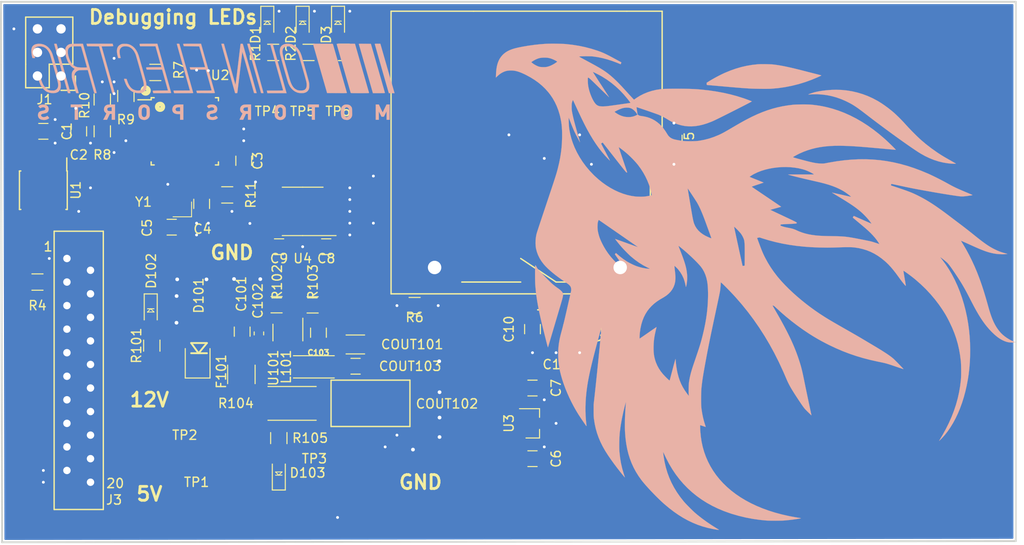
<source format=kicad_pcb>
(kicad_pcb (version 20171130) (host pcbnew 5.1.9-73d0e3b20d~88~ubuntu20.04.1)
  (layers (0 F.Cu signal) (31 B.Cu signal) (34 B.Paste user) (35 F.Paste user) (36 B.SilkS user hide) (37 F.SilkS user) (38 B.Mask user) (39 F.Mask user) (44 Edge.Cuts user))
  (net 0 "")
  (net 1 GND)
  (net 2 /12V)
  (net 3 "Net-(C101-Pad1)")
  (net 4 "Net-(C103-Pad2)")
  (net 5 "Net-(C103-Pad1)")
  (net 6 "Net-(COUT101-Pad1)")
  (net 7 "Net-(D102-Pad2)")
  (net 8 "Net-(D103-Pad2)")
  (net 9 "Net-(R102-Pad1)")
  (net 10 +5V)
  (net 11 "Net-(C3-Pad1)")
  (net 12 "Net-(C4-Pad1)")
  (net 13 "Net-(C5-Pad1)")
  (net 14 +3V3)
  (net 15 "Net-(D1-Pad2)")
  (net 16 "Net-(D2-Pad2)")
  (net 17 "Net-(D3-Pad2)")
  (net 18 /MISO)
  (net 19 /SCK)
  (net 20 /MOSI)
  (net 21 /RESET)
  (net 22 /CS_3.3V)
  (net 23 /MISO_3.3V)
  (net 24 /SCK_3.3V)
  (net 25 /MOSI_3.3V)
  (net 26 "Net-(J2-Pad8)")
  (net 27 "Net-(J2-Pad9)")
  (net 28 /SD_PROTECT)
  (net 29 /SD_DETECT)
  (net 30 /P_LED_1)
  (net 31 /P_LED_2)
  (net 32 /P_LED_3)
  (net 33 /CAN_N)
  (net 34 /CAN_P)
  (net 35 /CAN_TX)
  (net 36 /CAN_RX)
  (net 37 "Net-(U1-Pad5)")
  (net 38 "Net-(U2-Pad3)")
  (net 39 /CS)
  (net 40 "Net-(U2-Pad14)")
  (net 41 "Net-(U2-Pad15)")
  (net 42 "Net-(U2-Pad17)")
  (net 43 "Net-(U2-Pad18)")
  (net 44 "Net-(U2-Pad21)")
  (net 45 "Net-(U2-Pad25)")
  (net 46 "Net-(U2-Pad26)")
  (net 47 "Net-(U2-Pad29)")
  (net 48 "Net-(U2-Pad30)")
  (net 49 "Net-(U2-Pad32)")
  (net 50 "Net-(U4-Pad6)")
  (net 51 "Net-(U4-Pad9)")
  (net 52 /SCK_SD)
  (net 53 /MOSI_SD)
  (net 54 /MISO_SD)
  (net 55 "Net-(U2-Pad16)")
  (net 56 "Net-(U2-Pad9)")
  (net 57 "Net-(U2-Pad8)")
  (module footprints:Test_Point_SMD (layer F.Cu) (at 134.62 85.09 270)
    (fp_text reference TP6 (at 3.175 0 180) (layer F.SilkS))
    (fp_text value Test_Point_SMD)
    (pad 1 smd rect (at 0 0 270) (size 4.5 3) (layers F.Cu F.Paste F.Mask) (net 32 /P_LED_3))
  )
  (module footprints:Test_Point_SMD (layer F.Cu) (at 130.81 85.09 270)
    (fp_text reference TP5 (at 3.175 0 180) (layer F.SilkS))
    (fp_text value Test_Point_SMD)
    (pad 1 smd rect (at 0 0 270) (size 4.5 3) (layers F.Cu F.Paste F.Mask) (net 31 /P_LED_2))
  )
  (module footprints:Test_Point_SMD (layer F.Cu) (at 127 85.09 270)
    (fp_text reference TP4 (at 3.175 0 180) (layer F.SilkS))
    (fp_text value Test_Point_SMD)
    (pad 1 smd rect (at 0 0 270) (size 4.5 3) (layers F.Cu F.Paste F.Mask) (net 30 /P_LED_1))
  )
  (module footprints:micromatch_female_ra_20 (layer F.Cu) (at 105.41 109.22)
    (fp_text reference J3 (at 5.08 20.955) (layer F.SilkS))
    (fp_text value MM_F_RA_20 hide)
    (fp_text user 1 (at -2.032 -6.35) (layer F.SilkS))
    (fp_text user 20 (at 5.207 19.177) (layer F.SilkS))
    (pad 20 thru_hole circle (at 2.54 19.05) (size 1.3 1.3) (drill 0.8) (layers *.Cu *.Mask) (net 1 GND))
    (pad 19 thru_hole circle (at 0 17.78) (size 1.3 1.3) (drill 0.8) (layers *.Cu *.Mask) (net 1 GND))
    (pad 18 thru_hole circle (at 2.54 16.51) (size 1.3 1.3) (drill 0.8) (layers *.Cu *.Mask) (net 1 GND))
    (pad 17 thru_hole circle (at 0 15.24) (size 1.3 1.3) (drill 0.8) (layers *.Cu *.Mask) (net 1 GND))
    (pad 16 thru_hole circle (at 2.54 13.97) (size 1.3 1.3) (drill 0.8) (layers *.Cu *.Mask) (net 1 GND))
    (pad 15 thru_hole circle (at 0 12.7) (size 1.3 1.3) (drill 0.8) (layers *.Cu *.Mask) (net 1 GND))
    (pad 14 thru_hole circle (at 2.54 11.43) (size 1.3 1.3) (drill 0.8) (layers *.Cu *.Mask) (net 1 GND))
    (pad 13 thru_hole circle (at 0 10.16) (size 1.3 1.3) (drill 0.8) (layers *.Cu *.Mask) (net 1 GND))
    (pad 12 thru_hole circle (at 2.54 8.89) (size 1.3 1.3) (drill 0.8) (layers *.Cu *.Mask) (net 1 GND))
    (pad 11 thru_hole circle (at 0 7.62) (size 1.3 1.3) (drill 0.8) (layers *.Cu *.Mask) (net 1 GND))
    (pad 10 thru_hole circle (at 2.54 6.35) (size 1.3 1.3) (drill 0.8) (layers *.Cu *.Mask) (net 1 GND))
    (pad 9 thru_hole circle (at 0 5.08) (size 1.3 1.3) (drill 0.8) (layers *.Cu *.Mask) (net 1 GND))
    (pad 8 thru_hole circle (at 2.54 3.81) (size 1.3 1.3) (drill 0.8) (layers *.Cu *.Mask) (net 1 GND))
    (pad 6 thru_hole circle (at 2.54 1.27) (size 1.3 1.3) (drill 0.8) (layers *.Cu *.Mask) (net 1 GND))
    (pad 4 thru_hole circle (at 2.54 -1.27) (size 1.3 1.3) (drill 0.8) (layers *.Cu *.Mask) (net 33 /CAN_N))
    (pad 2 thru_hole circle (at 2.54 -3.81) (size 1.3 1.3) (drill 0.8) (layers *.Cu *.Mask) (net 2 /12V))
    (pad 7 thru_hole circle (at 0 2.54) (size 1.3 1.3) (drill 0.8) (layers *.Cu *.Mask) (net 1 GND))
    (pad 1 thru_hole circle (at 0 -5.08) (size 1.3 1.3) (drill 0.8) (layers *.Cu *.Mask) (net 1 GND))
    (pad 3 thru_hole circle (at 0 -2.54) (size 1.3 1.3) (drill 0.8) (layers *.Cu *.Mask) (net 34 /CAN_P))
    (pad 5 thru_hole circle (at 0 0) (size 1.3 1.3) (drill 0.8) (layers *.Cu *.Mask) (net 1 GND))
  )
  (module footprints:R_0805_OEM (layer F.Cu) (at 114.554 113.538 90)
    (fp_text reference R101 (at 0 -1.65 90) (layer F.SilkS))
    (fp_text value R_1K hide)
    (pad 1 smd rect (at -0.95 0 90) (size 0.7 1.3) (layers F.Cu F.Paste F.Mask) (net 3 "Net-(C101-Pad1)"))
    (pad 2 smd rect (at 0.95 0 90) (size 0.7 1.3) (layers F.Cu F.Paste F.Mask) (net 7 "Net-(D102-Pad2)"))
  )
  (module footprints:L_100uH_OEM (layer F.Cu) (at 132.0167 115.82654)
    (fp_text reference L101 (at -2.9847 -0.00254 90) (layer F.SilkS))
    (fp_text value L_100uH hide)
    (pad 2 smd rect (at 1.6 0) (size 1.2 2) (layers F.Cu F.Paste F.Mask) (net 6 "Net-(COUT101-Pad1)"))
    (pad 1 smd rect (at -1.6 0) (size 1.2 2) (layers F.Cu F.Paste F.Mask) (net 4 "Net-(C103-Pad2)"))
  )
  (module footprints:Fuse_1812 (layer F.Cu) (at 135.3693 119.761)
    (fp_text reference COUT102 (at 10.9957 0.049) (layer F.SilkS))
    (fp_text value C_33uF hide)
    (pad 1 smd rect (at 0 0) (size 1.78 3.5) (layers F.Cu F.Paste F.Mask) (net 6 "Net-(COUT101-Pad1)"))
    (pad 2 smd rect (at 5.28 0) (size 1.78 3.5) (layers F.Cu F.Paste F.Mask) (net 1 GND))
  )
  (module footprints:C_0805_OEM (layer F.Cu) (at 132.5118 112.141 270)
    (fp_text reference C103 (at 2.159 0.0032) (layer F.SilkS) (effects (font (size 0.6 0.6))))
    (fp_text value C_0.1uF hide)
    (pad 2 smd rect (at 1 0 270) (size 1 1.25) (layers F.Cu F.Paste F.Mask) (net 4 "Net-(C103-Pad2)"))
    (pad 1 smd rect (at -1 0 270) (size 1 1.25) (layers F.Cu F.Paste F.Mask) (net 5 "Net-(C103-Pad1)"))
  )
  (module footprints:Fuse_1210 (layer F.Cu) (at 124.206 116.639 270)
    (fp_text reference F101 (at -0.307 2.159 270) (layer F.SilkS))
    (fp_text value F_500mA_16V hide)
    (pad 2 smd rect (at 1.45 0 270) (size 0.9 2.5) (layers F.Cu F.Paste F.Mask) (net 2 /12V))
    (pad 1 smd rect (at -1.45 0 270) (size 0.9 2.5) (layers F.Cu F.Paste F.Mask) (net 3 "Net-(C101-Pad1)"))
  )
  (module footprints:R_0805_OEM (layer F.Cu) (at 131.88442 109.13872 180)
    (fp_text reference R103 (at -0.03058 2.45872 270) (layer F.SilkS))
    (fp_text value R_100K hide)
    (pad 1 smd rect (at -0.95 0 180) (size 0.7 1.3) (layers F.Cu F.Paste F.Mask) (net 6 "Net-(COUT101-Pad1)"))
    (pad 2 smd rect (at 0.95 0 180) (size 0.7 1.3) (layers F.Cu F.Paste F.Mask) (net 9 "Net-(R102-Pad1)"))
  )
  (module footprints:R_0805_OEM (layer F.Cu) (at 127.99822 109.12348 180)
    (fp_text reference R102 (at -0.06678 2.44348 270) (layer F.SilkS))
    (fp_text value R_25K hide)
    (pad 2 smd rect (at 0.95 0 180) (size 0.7 1.3) (layers F.Cu F.Paste F.Mask) (net 1 GND))
    (pad 1 smd rect (at -0.95 0 180) (size 0.7 1.3) (layers F.Cu F.Paste F.Mask) (net 9 "Net-(R102-Pad1)"))
  )
  (module footprints:R_0805_OEM (layer F.Cu) (at 128.24 123.51 270)
    (fp_text reference R105 (at 0 -3.375) (layer F.SilkS))
    (fp_text value R_200 hide)
    (pad 1 smd rect (at -0.95 0 270) (size 0.7 1.3) (layers F.Cu F.Paste F.Mask) (net 10 +5V))
    (pad 2 smd rect (at 0.95 0 270) (size 0.7 1.3) (layers F.Cu F.Paste F.Mask) (net 8 "Net-(D103-Pad2)"))
  )
  (module footprints:R_2512_OEM (layer F.Cu) (at 129.6682 119.76608 180)
    (fp_text reference R104 (at 6.0532 0.00608 180) (layer F.SilkS))
    (fp_text value R_0_2512 hide)
    (pad 1 smd rect (at -3.1 0 180) (size 1 3.2) (layers F.Cu F.Paste F.Mask) (net 6 "Net-(COUT101-Pad1)"))
    (pad 2 smd rect (at 3.1 0 180) (size 1 3.2) (layers F.Cu F.Paste F.Mask) (net 10 +5V))
  )
  (module footprints:SOT-23-6_OEM (layer F.Cu) (at 129.2176 112.1258 270)
    (fp_text reference U101 (at 3.8092 1.5526 270) (layer F.SilkS))
    (fp_text value TPS560430YF hide)
    (pad 1 smd rect (at -1.1 -0.95 270) (size 1.06 0.65) (layers F.Cu F.Paste F.Mask) (net 5 "Net-(C103-Pad1)"))
    (pad 2 smd rect (at -1.1 0 270) (size 1.06 0.65) (layers F.Cu F.Paste F.Mask) (net 1 GND))
    (pad 3 smd rect (at -1.1 0.95 270) (size 1.06 0.65) (layers F.Cu F.Paste F.Mask) (net 9 "Net-(R102-Pad1)"))
    (pad 4 smd rect (at 1.1 0.95 270) (size 1.06 0.65) (layers F.Cu F.Paste F.Mask) (net 3 "Net-(C101-Pad1)"))
    (pad 6 smd rect (at 1.1 -0.95 270) (size 1.06 0.65) (layers F.Cu F.Paste F.Mask) (net 4 "Net-(C103-Pad2)"))
    (pad 5 smd rect (at 1.1 0 270) (size 1.06 0.65) (layers F.Cu F.Paste F.Mask) (net 3 "Net-(C101-Pad1)"))
  )
  (module footprints:C_1206_OEM (layer F.Cu) (at 136.4883 113.411)
    (fp_text reference COUT101 (at 6.1267 -0.001) (layer F.SilkS))
    (fp_text value C_22uF hide)
    (pad 1 smd rect (at -1.5 0) (size 1 1.6) (layers F.Cu F.Paste F.Mask) (net 6 "Net-(COUT101-Pad1)"))
    (pad 2 smd rect (at 1.5 0) (size 1 1.6) (layers F.Cu F.Paste F.Mask) (net 1 GND))
  )
  (module footprints:C_0805_OEM (layer F.Cu) (at 136.5123 115.7605)
    (fp_text reference COUT103 (at 5.8777 -0.0005) (layer F.SilkS))
    (fp_text value C_47uF hide)
    (pad 1 smd rect (at -1 0) (size 1 1.25) (layers F.Cu F.Paste F.Mask) (net 6 "Net-(COUT101-Pad1)"))
    (pad 2 smd rect (at 1 0) (size 1 1.25) (layers F.Cu F.Paste F.Mask) (net 1 GND))
  )
  (module footprints:DO-214AA (layer F.Cu) (at 119.4943 113.8555 90)
    (fp_text reference D101 (at 5.7205 0.1207 270) (layer F.SilkS))
    (fp_text value D_Zener_18V hide)
    (pad 2 smd rect (at 2.032 0 270) (size 1.778 2.159) (layers F.Cu F.Paste F.Mask) (net 1 GND))
    (pad 1 smd rect (at -2.032 0 270) (size 1.778 2.159) (layers F.Cu F.Paste F.Mask) (net 3 "Net-(C101-Pad1)"))
  )
  (module footprints:LED_0805_OEM (layer F.Cu) (at 128.24 127.31 90)
    (fp_text reference D103 (at 0.05 3.1 180) (layer F.SilkS))
    (fp_text value LED_0805 hide)
    (pad 2 smd rect (at 1.1 0 270) (size 1.2 1.2) (layers F.Cu F.Paste F.Mask) (net 8 "Net-(D103-Pad2)"))
    (pad 1 smd rect (at -1.1 0 270) (size 1.2 1.2) (layers F.Cu F.Paste F.Mask) (net 1 GND))
  )
  (module footprints:Logo_Large (layer B.Cu) (at 121.158 85.09 180)
    (fp_text reference G*** hide)
    (fp_text value LOGO hide)
  )
  (module footprints:LED_0805_OEM (layer F.Cu) (at 114.44 109.76 270)
    (fp_text reference D102 (at -4.275 -0.05 90) (layer F.SilkS))
    (fp_text value LED_0805 hide)
    (pad 2 smd rect (at 1.1 0 90) (size 1.2 1.2) (layers F.Cu F.Paste F.Mask) (net 7 "Net-(D102-Pad2)"))
    (pad 1 smd rect (at -1.1 0 90) (size 1.2 1.2) (layers F.Cu F.Paste F.Mask) (net 1 GND))
  )
  (module footprints:phoenix (layer B.Cu) (at 179.578 107.188 180)
    (fp_text reference G*** hide)
    (fp_text value LOGO hide)
  )
  (module footprints:C_0805_OEM (layer F.Cu) (at 124.29236 112.03 90)
    (fp_text reference C101 (at 4.064 -0.08636 90) (layer F.SilkS))
    (fp_text value C_0.1uF hide)
    (pad 2 smd rect (at 1 0 90) (size 1 1.25) (layers F.Cu F.Paste F.Mask) (net 1 GND))
    (pad 1 smd rect (at -1 0 90) (size 1 1.25) (layers F.Cu F.Paste F.Mask) (net 3 "Net-(C101-Pad1)"))
  )
  (module footprints:C_0603_1608Metric (layer F.Cu) (at 126.0983 112.2205 90)
    (fp_text reference C102 (at 3.5085 -0.1143 90) (layer F.SilkS))
    (fp_text value C_2.2uF)
    (pad 1 smd roundrect (at -0.7875 0 90) (size 0.875 0.95) (layers F.Cu F.Paste F.Mask) (net 3 "Net-(C101-Pad1)"))
    (pad 2 smd roundrect (at 0.7875 0 90) (size 0.875 0.95) (layers F.Cu F.Paste F.Mask) (net 1 GND))
  )
  (module footprints:C_0805_OEM (layer F.Cu) (at 102.87 90.424)
    (fp_text reference C1 (at 2.54 0 90) (layer F.SilkS))
    (fp_text value C_0.1uF hide)
    (pad 1 smd rect (at -1 0) (size 1 1.25) (layers F.Cu F.Paste F.Mask) (net 10 +5V))
    (pad 2 smd rect (at 1 0) (size 1 1.25) (layers F.Cu F.Paste F.Mask) (net 1 GND))
  )
  (module footprints:C_0805_OEM (layer F.Cu) (at 106.68 90.424 270)
    (fp_text reference C2 (at 2.54 0) (layer F.SilkS))
    (fp_text value C_0.1uF hide)
    (pad 2 smd rect (at 1 0 270) (size 1 1.25) (layers F.Cu F.Paste F.Mask) (net 1 GND))
    (pad 1 smd rect (at -1 0 270) (size 1 1.25) (layers F.Cu F.Paste F.Mask) (net 10 +5V))
  )
  (module footprints:C_0805_OEM (layer F.Cu) (at 124.46 93.599 270)
    (fp_text reference C3 (at 0 -1.5 90) (layer F.SilkS))
    (fp_text value C_100pF hide)
    (pad 1 smd rect (at -1 0 270) (size 1 1.25) (layers F.Cu F.Paste F.Mask) (net 11 "Net-(C3-Pad1)"))
    (pad 2 smd rect (at 1 0 270) (size 1 1.25) (layers F.Cu F.Paste F.Mask) (net 1 GND))
  )
  (module footprints:C_0805_OEM (layer F.Cu) (at 119.9261 98.2472 270)
    (fp_text reference C4 (at 2.7178 -0.0889 180) (layer F.SilkS))
    (fp_text value C_30pF hide)
    (pad 1 smd rect (at -1 0 270) (size 1 1.25) (layers F.Cu F.Paste F.Mask) (net 12 "Net-(C4-Pad1)"))
    (pad 2 smd rect (at 1 0 270) (size 1 1.25) (layers F.Cu F.Paste F.Mask) (net 1 GND))
  )
  (module footprints:C_0805_OEM (layer F.Cu) (at 116.7003 100.7618)
    (fp_text reference C5 (at -2.6543 0.0762 270) (layer F.SilkS))
    (fp_text value C_30pF hide)
    (pad 2 smd rect (at 1 0) (size 1 1.25) (layers F.Cu F.Paste F.Mask) (net 1 GND))
    (pad 1 smd rect (at -1 0) (size 1 1.25) (layers F.Cu F.Paste F.Mask) (net 13 "Net-(C5-Pad1)"))
  )
  (module footprints:C_0805_OEM (layer F.Cu) (at 155.575 125.73)
    (fp_text reference C6 (at 2.54 0 270) (layer F.SilkS))
    (fp_text value C_0.1uF hide)
    (pad 1 smd rect (at -1 0) (size 1 1.25) (layers F.Cu F.Paste F.Mask) (net 10 +5V))
    (pad 2 smd rect (at 1 0) (size 1 1.25) (layers F.Cu F.Paste F.Mask) (net 1 GND))
  )
  (module footprints:C_0805_OEM (layer F.Cu) (at 155.575 118.11)
    (fp_text reference C7 (at 2.54 0 270) (layer F.SilkS))
    (fp_text value C_0.1uF hide)
    (pad 2 smd rect (at 1 0) (size 1 1.25) (layers F.Cu F.Paste F.Mask) (net 1 GND))
    (pad 1 smd rect (at -1 0) (size 1 1.25) (layers F.Cu F.Paste F.Mask) (net 14 +3V3))
  )
  (module footprints:C_0805_OEM (layer F.Cu) (at 133.35 102.87 180)
    (fp_text reference C8 (at 0 -1.27) (layer F.SilkS))
    (fp_text value C_0.1uF hide)
    (pad 2 smd rect (at 1 0 180) (size 1 1.25) (layers F.Cu F.Paste F.Mask) (net 1 GND))
    (pad 1 smd rect (at -1 0 180) (size 1 1.25) (layers F.Cu F.Paste F.Mask) (net 14 +3V3))
  )
  (module footprints:C_0805_OEM (layer F.Cu) (at 128.27 102.87)
    (fp_text reference C9 (at 0 1.27) (layer F.SilkS))
    (fp_text value C_0.1uF hide)
    (pad 1 smd rect (at -1 0) (size 1 1.25) (layers F.Cu F.Paste F.Mask) (net 10 +5V))
    (pad 2 smd rect (at 1 0) (size 1 1.25) (layers F.Cu F.Paste F.Mask) (net 1 GND))
  )
  (module footprints:C_0805_OEM (layer F.Cu) (at 155.575 111.76 270)
    (fp_text reference C10 (at 0 2.54 90) (layer F.SilkS))
    (fp_text value C_10uF hide)
    (pad 1 smd rect (at -1 0 270) (size 1 1.25) (layers F.Cu F.Paste F.Mask) (net 14 +3V3))
    (pad 2 smd rect (at 1 0 270) (size 1 1.25) (layers F.Cu F.Paste F.Mask) (net 1 GND))
  )
  (module footprints:C_0805_OEM (layer F.Cu) (at 158.115 111.76 270)
    (fp_text reference C11 (at 3.81 0) (layer F.SilkS))
    (fp_text value C_1uF hide)
    (pad 2 smd rect (at 1 0 270) (size 1 1.25) (layers F.Cu F.Paste F.Mask) (net 1 GND))
    (pad 1 smd rect (at -1 0 270) (size 1 1.25) (layers F.Cu F.Paste F.Mask) (net 14 +3V3))
  )
  (module footprints:C_0805_OEM (layer F.Cu) (at 160.655 111.76 270)
    (fp_text reference C12 (at 0 -1.905 90) (layer F.SilkS))
    (fp_text value C_0.1uF hide)
    (pad 2 smd rect (at 1 0 270) (size 1 1.25) (layers F.Cu F.Paste F.Mask) (net 1 GND))
    (pad 1 smd rect (at -1 0 270) (size 1 1.25) (layers F.Cu F.Paste F.Mask) (net 14 +3V3))
  )
  (module footprints:LED_0805_OEM (layer F.Cu) (at 127 78.74 270)
    (fp_text reference D1 (at 1.27 1.27 90) (layer F.SilkS))
    (fp_text value LED_0805 hide)
    (pad 2 smd rect (at 1.1 0 90) (size 1.2 1.2) (layers F.Cu F.Paste F.Mask) (net 15 "Net-(D1-Pad2)"))
    (pad 1 smd rect (at -1.1 0 90) (size 1.2 1.2) (layers F.Cu F.Paste F.Mask) (net 1 GND))
  )
  (module footprints:LED_0805_OEM (layer F.Cu) (at 130.81 78.74 270)
    (fp_text reference D2 (at 1.27 1.27 90) (layer F.SilkS))
    (fp_text value LED_0805 hide)
    (pad 1 smd rect (at -1.1 0 90) (size 1.2 1.2) (layers F.Cu F.Paste F.Mask) (net 1 GND))
    (pad 2 smd rect (at 1.1 0 90) (size 1.2 1.2) (layers F.Cu F.Paste F.Mask) (net 16 "Net-(D2-Pad2)"))
  )
  (module footprints:LED_0805_OEM (layer F.Cu) (at 134.62 78.74 270)
    (fp_text reference D3 (at 1.27 1.27 90) (layer F.SilkS))
    (fp_text value LED_0805 hide)
    (pad 1 smd rect (at -1.1 0 90) (size 1.2 1.2) (layers F.Cu F.Paste F.Mask) (net 1 GND))
    (pad 2 smd rect (at 1.1 0 90) (size 1.2 1.2) (layers F.Cu F.Paste F.Mask) (net 17 "Net-(D3-Pad2)"))
  )
  (module footprints:Pin_Header_Straight_2x03 (layer F.Cu) (at 104.775 84.455 180)
    (fp_text reference J1 (at 1.778 -2.54) (layer F.SilkS))
    (fp_text value CONN_02X03 hide)
    (pad 6 thru_hole circle (at 2.54 5.08 180) (size 1.4 1.4) (drill 1.016) (layers *.Cu *.Mask) (net 1 GND))
    (pad 5 thru_hole circle (at 0 5.08 180) (size 1.4 1.4) (drill 1.016) (layers *.Cu *.Mask) (net 21 /RESET))
    (pad 4 thru_hole circle (at 2.54 2.54 180) (size 1.4 1.4) (drill 1.016) (layers *.Cu *.Mask) (net 20 /MOSI))
    (pad 3 thru_hole circle (at 0 2.54 180) (size 1.4 1.4) (drill 1.016) (layers *.Cu *.Mask) (net 19 /SCK))
    (pad 2 thru_hole circle (at 2.54 0 180) (size 1.4 1.4) (drill 1.016) (layers *.Cu *.Mask) (net 10 +5V))
    (pad 1 thru_hole rect (at 0 0 180) (size 1.4 1.4) (drill 1.016) (layers *.Cu *.Mask) (net 18 /MISO))
  )
  (module footprints:sd_socket_molex_5009980900 (layer F.Cu) (at 155.575 92.71)
    (fp_text reference J2 (at 1.27 16.51) (layer F.SilkS))
    (fp_text value SD_socket)
    (pad "" smd rect (at -14.55 -8.2) (size 2.5 2.6) (layers F.Cu F.Paste F.Mask))
    (pad "" smd rect (at 12.85 -8.2) (size 2.5 2.6) (layers F.Cu F.Paste F.Mask))
    (pad "" thru_hole circle (at 9.45 12.4) (size 1.8 1.8) (drill 1.45) (layers *.Cu *.Mask))
    (pad "" thru_hole circle (at -10.55 12.4) (size 1.8 1.8) (drill 1.45) (layers *.Cu *.Mask))
    (pad 12 smd rect (at -8.9 14.9) (size 3.3 1.7) (layers F.Cu F.Paste F.Mask) (net 29 /SD_DETECT))
    (pad 11 smd rect (at 12.6 -2.2) (size 1.95 2.3) (layers F.Cu F.Paste F.Mask) (net 28 /SD_PROTECT))
    (pad 10 smd rect (at 10 14.9) (size 2.8 1.7) (layers F.Cu F.Paste F.Mask) (net 14 +3V3))
    (pad 9 smd rect (at -10 -2.1) (size 1.1 2.5) (layers F.Cu F.Paste F.Mask) (net 27 "Net-(J2-Pad9)"))
    (pad 8 smd rect (at 9.125 0.3) (size 1.1 2.5) (layers F.Cu F.Paste F.Mask) (net 26 "Net-(J2-Pad8)"))
    (pad 7 smd rect (at 7.5 0.3) (size 1.1 2.5) (layers F.Cu F.Paste F.Mask) (net 25 /MOSI_3.3V))
    (pad 6 smd rect (at 5 0.3) (size 1.1 2.5) (layers F.Cu F.Paste F.Mask) (net 1 GND))
    (pad 5 smd rect (at 2.5 0.3) (size 1.1 2.5) (layers F.Cu F.Paste F.Mask) (net 24 /SCK_3.3V))
    (pad 4 smd rect (at 0 0) (size 1.1 2.5) (layers F.Cu F.Paste F.Mask) (net 14 +3V3))
    (pad 3 smd rect (at -2.5 0) (size 1.1 2.5) (layers F.Cu F.Paste F.Mask) (net 1 GND))
    (pad 2 smd rect (at -5 0.3) (size 1.1 2.5) (layers F.Cu F.Paste F.Mask) (net 23 /MISO_3.3V))
    (pad 1 smd rect (at -7.5 0.8) (size 1.1 2.5) (layers F.Cu F.Paste F.Mask) (net 22 /CS_3.3V))
  )
  (module footprints:R_0805_OEM (layer F.Cu) (at 127.635 81.915)
    (fp_text reference R1 (at -1.905 0 270) (layer F.SilkS))
    (fp_text value R_200 hide)
    (pad 2 smd rect (at 0.95 0) (size 0.7 1.3) (layers F.Cu F.Paste F.Mask) (net 30 /P_LED_1))
    (pad 1 smd rect (at -0.95 0) (size 0.7 1.3) (layers F.Cu F.Paste F.Mask) (net 15 "Net-(D1-Pad2)"))
  )
  (module footprints:R_0805_OEM (layer F.Cu) (at 131.445 81.915)
    (fp_text reference R2 (at -1.905 0 270) (layer F.SilkS))
    (fp_text value R_200 hide)
    (pad 1 smd rect (at -0.95 0) (size 0.7 1.3) (layers F.Cu F.Paste F.Mask) (net 16 "Net-(D2-Pad2)"))
    (pad 2 smd rect (at 0.95 0) (size 0.7 1.3) (layers F.Cu F.Paste F.Mask) (net 31 /P_LED_2))
  )
  (module footprints:R_0805_OEM (layer F.Cu) (at 135.255 81.915)
    (fp_text reference R3 (at -1.905 0 270) (layer F.SilkS))
    (fp_text value R_200 hide)
    (pad 2 smd rect (at 0.95 0) (size 0.7 1.3) (layers F.Cu F.Paste F.Mask) (net 32 /P_LED_3))
    (pad 1 smd rect (at -0.95 0) (size 0.7 1.3) (layers F.Cu F.Paste F.Mask) (net 17 "Net-(D3-Pad2)"))
  )
  (module footprints:R_0805_OEM (layer F.Cu) (at 102.235 106.68 180)
    (fp_text reference R4 (at 0 -2.54) (layer F.SilkS))
    (fp_text value R_120_DNP hide)
    (pad 1 smd rect (at -0.95 0 180) (size 0.7 1.3) (layers F.Cu F.Paste F.Mask) (net 34 /CAN_P))
    (pad 2 smd rect (at 0.95 0 180) (size 0.7 1.3) (layers F.Cu F.Paste F.Mask) (net 33 /CAN_N))
  )
  (module footprints:R_0805_OEM (layer F.Cu) (at 170.815 91.44 270)
    (fp_text reference R5 (at 0 -1.65 90) (layer F.SilkS))
    (fp_text value R_10K hide)
    (pad 1 smd rect (at -0.95 0 270) (size 0.7 1.3) (layers F.Cu F.Paste F.Mask) (net 28 /SD_PROTECT))
    (pad 2 smd rect (at 0.95 0 270) (size 0.7 1.3) (layers F.Cu F.Paste F.Mask) (net 1 GND))
  )
  (module footprints:R_0805_OEM (layer F.Cu) (at 142.875 109.22)
    (fp_text reference R6 (at 0 1.27 180) (layer F.SilkS))
    (fp_text value R_10K hide)
    (pad 1 smd rect (at -0.95 0) (size 0.7 1.3) (layers F.Cu F.Paste F.Mask) (net 29 /SD_DETECT))
    (pad 2 smd rect (at 0.95 0) (size 0.7 1.3) (layers F.Cu F.Paste F.Mask) (net 1 GND))
  )
  (module footprints:R_0805_OEM (layer F.Cu) (at 114.935 84.074)
    (fp_text reference R7 (at 2.54 -0.254 90) (layer F.SilkS))
    (fp_text value R_10K hide)
    (pad 2 smd rect (at 0.95 0) (size 0.7 1.3) (layers F.Cu F.Paste F.Mask) (net 21 /RESET))
    (pad 1 smd rect (at -0.95 0) (size 0.7 1.3) (layers F.Cu F.Paste F.Mask) (net 10 +5V))
  )
  (module footprints:R_0805_OEM (layer F.Cu) (at 109.22 90.424 270)
    (fp_text reference R8 (at 2.54 0 180) (layer F.SilkS))
    (fp_text value R_100 hide)
    (pad 2 smd rect (at 0.95 0 270) (size 0.7 1.3) (layers F.Cu F.Paste F.Mask) (net 11 "Net-(C3-Pad1)"))
    (pad 1 smd rect (at -0.95 0 270) (size 0.7 1.3) (layers F.Cu F.Paste F.Mask) (net 10 +5V))
  )
  (module footprints:Test_Point_SMD (layer F.Cu) (at 123.19 128.27 180)
    (fp_text reference TP1 (at 3.81 0) (layer F.SilkS))
    (fp_text value Test_Point_SMD)
    (pad 1 smd rect (at 0 0 180) (size 4.5 3) (layers F.Cu F.Paste F.Mask) (net 10 +5V))
  )
  (module footprints:Test_Point_SMD (layer F.Cu) (at 114.3 123.19)
    (fp_text reference TP2 (at 3.81 0) (layer F.SilkS))
    (fp_text value Test_Point_SMD)
    (pad 1 smd rect (at 0 0) (size 4.5 3) (layers F.Cu F.Paste F.Mask) (net 2 /12V))
  )
  (module footprints:Test_Point_SMD (layer F.Cu) (at 135.89 125.73)
    (fp_text reference TP3 (at -3.81 0) (layer F.SilkS))
    (fp_text value Test_Point_SMD)
    (pad 1 smd rect (at 0 0) (size 4.5 3) (layers F.Cu F.Paste F.Mask) (net 1 GND))
  )
  (module footprints:SOIC-8_3.9x4.9mm_Pitch1.27mm_OEM (layer F.Cu) (at 102.87 96.774 270)
    (fp_text reference U1 (at 0 -3.5 90) (layer F.SilkS))
    (fp_text value MCP2561-E_SN hide)
    (pad 8 smd rect (at 2.7 -1.905 270) (size 1.55 0.6) (layers F.Cu F.Paste F.Mask) (net 1 GND))
    (pad 7 smd rect (at 2.7 -0.635 270) (size 1.55 0.6) (layers F.Cu F.Paste F.Mask) (net 34 /CAN_P))
    (pad 6 smd rect (at 2.7 0.635 270) (size 1.55 0.6) (layers F.Cu F.Paste F.Mask) (net 33 /CAN_N))
    (pad 5 smd rect (at 2.7 1.905 270) (size 1.55 0.6) (layers F.Cu F.Paste F.Mask) (net 37 "Net-(U1-Pad5)"))
    (pad 4 smd rect (at -2.7 1.905 270) (size 1.55 0.6) (layers F.Cu F.Paste F.Mask) (net 36 /CAN_RX))
    (pad 3 smd rect (at -2.7 0.635 270) (size 1.55 0.6) (layers F.Cu F.Paste F.Mask) (net 10 +5V))
    (pad 2 smd rect (at -2.7 -0.635 270) (size 1.55 0.6) (layers F.Cu F.Paste F.Mask) (net 1 GND))
    (pad 1 smd rect (at -2.7 -1.905 270) (size 1.55 0.6) (layers F.Cu F.Paste F.Mask) (net 35 /CAN_TX))
  )
  (module footprints:TQFP-32_7x7mm_Pitch0.8mm (layer F.Cu) (at 118.11 90.424)
    (fp_text reference U2 (at 3.81 -6.05) (layer F.SilkS))
    (fp_text value ATMEGA16M1 hide)
    (pad 32 smd rect (at -2.8 -4.25 90) (size 1.6 0.55) (layers F.Cu F.Paste F.Mask) (net 49 "Net-(U2-Pad32)"))
    (pad 31 smd rect (at -2 -4.25 90) (size 1.6 0.55) (layers F.Cu F.Paste F.Mask) (net 21 /RESET))
    (pad 30 smd rect (at -1.2 -4.25 90) (size 1.6 0.55) (layers F.Cu F.Paste F.Mask) (net 48 "Net-(U2-Pad30)"))
    (pad 29 smd rect (at -0.4 -4.25 90) (size 1.6 0.55) (layers F.Cu F.Paste F.Mask) (net 47 "Net-(U2-Pad29)"))
    (pad 28 smd rect (at 0.4 -4.25 90) (size 1.6 0.55) (layers F.Cu F.Paste F.Mask) (net 29 /SD_DETECT))
    (pad 27 smd rect (at 1.2 -4.25 90) (size 1.6 0.55) (layers F.Cu F.Paste F.Mask) (net 28 /SD_PROTECT))
    (pad 26 smd rect (at 2 -4.25 90) (size 1.6 0.55) (layers F.Cu F.Paste F.Mask) (net 46 "Net-(U2-Pad26)"))
    (pad 25 smd rect (at 2.8 -4.25 90) (size 1.6 0.55) (layers F.Cu F.Paste F.Mask) (net 45 "Net-(U2-Pad25)"))
    (pad 24 smd rect (at 4.25 -2.8) (size 1.6 0.55) (layers F.Cu F.Paste F.Mask) (net 30 /P_LED_1))
    (pad 23 smd rect (at 4.25 -2) (size 1.6 0.55) (layers F.Cu F.Paste F.Mask) (net 31 /P_LED_2))
    (pad 22 smd rect (at 4.25 -1.2) (size 1.6 0.55) (layers F.Cu F.Paste F.Mask) (net 32 /P_LED_3))
    (pad 21 smd rect (at 4.25 -0.4) (size 1.6 0.55) (layers F.Cu F.Paste F.Mask) (net 44 "Net-(U2-Pad21)"))
    (pad 20 smd rect (at 4.25 0.4) (size 1.6 0.55) (layers F.Cu F.Paste F.Mask) (net 1 GND))
    (pad 19 smd rect (at 4.25 1.2) (size 1.6 0.55) (layers F.Cu F.Paste F.Mask) (net 11 "Net-(C3-Pad1)"))
    (pad 18 smd rect (at 4.25 2) (size 1.6 0.55) (layers F.Cu F.Paste F.Mask) (net 43 "Net-(U2-Pad18)"))
    (pad 17 smd rect (at 4.25 2.8) (size 1.6 0.55) (layers F.Cu F.Paste F.Mask) (net 42 "Net-(U2-Pad17)"))
    (pad 16 smd rect (at 2.8 4.25 90) (size 1.6 0.55) (layers F.Cu F.Paste F.Mask) (net 55 "Net-(U2-Pad16)"))
    (pad 15 smd rect (at 2 4.25 90) (size 1.6 0.55) (layers F.Cu F.Paste F.Mask) (net 41 "Net-(U2-Pad15)"))
    (pad 14 smd rect (at 1.2 4.25 90) (size 1.6 0.55) (layers F.Cu F.Paste F.Mask) (net 40 "Net-(U2-Pad14)"))
    (pad 13 smd rect (at 0.4 4.25 90) (size 1.6 0.55) (layers F.Cu F.Paste F.Mask) (net 39 /CS))
    (pad 12 smd rect (at -0.4 4.25 90) (size 1.6 0.55) (layers F.Cu F.Paste F.Mask) (net 19 /SCK))
    (pad 11 smd rect (at -1.2 4.25 90) (size 1.6 0.55) (layers F.Cu F.Paste F.Mask) (net 12 "Net-(C4-Pad1)"))
    (pad 10 smd rect (at -2 4.25 90) (size 1.6 0.55) (layers F.Cu F.Paste F.Mask) (net 13 "Net-(C5-Pad1)"))
    (pad 9 smd rect (at -2.8 4.25 90) (size 1.6 0.55) (layers F.Cu F.Paste F.Mask) (net 56 "Net-(U2-Pad9)"))
    (pad 8 smd rect (at -4.25 2.8) (size 1.6 0.55) (layers F.Cu F.Paste F.Mask) (net 57 "Net-(U2-Pad8)"))
    (pad 7 smd rect (at -4.25 2) (size 1.6 0.55) (layers F.Cu F.Paste F.Mask) (net 36 /CAN_RX))
    (pad 6 smd rect (at -4.25 1.2) (size 1.6 0.55) (layers F.Cu F.Paste F.Mask) (net 35 /CAN_TX))
    (pad 5 smd rect (at -4.25 0.4) (size 1.6 0.55) (layers F.Cu F.Paste F.Mask) (net 1 GND))
    (pad 4 smd rect (at -4.25 -0.4) (size 1.6 0.55) (layers F.Cu F.Paste F.Mask) (net 10 +5V))
    (pad 3 smd rect (at -4.25 -1.2) (size 1.6 0.55) (layers F.Cu F.Paste F.Mask) (net 38 "Net-(U2-Pad3)"))
    (pad 2 smd rect (at -4.25 -2) (size 1.6 0.55) (layers F.Cu F.Paste F.Mask) (net 20 /MOSI))
    (pad 1 smd rect (at -4.25 -2.8) (size 1.6 0.55) (layers F.Cu F.Paste F.Mask) (net 18 /MISO))
  )
  (module Package_TO_SOT_SMD:SOT-23 (layer F.Cu) (at 155.575 121.92)
    (fp_text reference U3 (at -2.54 0 270) (layer F.SilkS))
    (fp_text value LM3480)
    (pad 1 smd rect (at -1 -0.95) (size 0.9 0.8) (layers F.Cu F.Paste F.Mask) (net 14 +3V3))
    (pad 2 smd rect (at -1 0.95) (size 0.9 0.8) (layers F.Cu F.Paste F.Mask) (net 10 +5V))
    (pad 3 smd rect (at 1 0) (size 0.9 0.8) (layers F.Cu F.Paste F.Mask) (net 1 GND))
  )
  (module Package_SO:TSSOP-14_4.4x5mm_P0.65mm (layer F.Cu) (at 130.81 99.06 180)
    (fp_text reference U4 (at 0 -5.08) (layer F.SilkS))
    (fp_text value TXB0104)
    (pad 14 smd roundrect (at 2.8625 -1.95 180) (size 1.475 0.4) (layers F.Cu F.Paste F.Mask) (net 10 +5V))
    (pad 13 smd roundrect (at 2.8625 -1.3 180) (size 1.475 0.4) (layers F.Cu F.Paste F.Mask) (net 54 /MISO_SD))
    (pad 12 smd roundrect (at 2.8625 -0.65 180) (size 1.475 0.4) (layers F.Cu F.Paste F.Mask) (net 53 /MOSI_SD))
    (pad 11 smd roundrect (at 2.8625 0 180) (size 1.475 0.4) (layers F.Cu F.Paste F.Mask) (net 52 /SCK_SD))
    (pad 10 smd roundrect (at 2.8625 0.65 180) (size 1.475 0.4) (layers F.Cu F.Paste F.Mask) (net 39 /CS))
    (pad 9 smd roundrect (at 2.8625 1.3 180) (size 1.475 0.4) (layers F.Cu F.Paste F.Mask) (net 51 "Net-(U4-Pad9)"))
    (pad 8 smd roundrect (at 2.8625 1.95 180) (size 1.475 0.4) (layers F.Cu F.Paste F.Mask) (net 14 +3V3))
    (pad 7 smd roundrect (at -2.8625 1.95 180) (size 1.475 0.4) (layers F.Cu F.Paste F.Mask) (net 1 GND))
    (pad 6 smd roundrect (at -2.8625 1.3 180) (size 1.475 0.4) (layers F.Cu F.Paste F.Mask) (net 50 "Net-(U4-Pad6)"))
    (pad 5 smd roundrect (at -2.8625 0.65 180) (size 1.475 0.4) (layers F.Cu F.Paste F.Mask) (net 22 /CS_3.3V))
    (pad 4 smd roundrect (at -2.8625 0 180) (size 1.475 0.4) (layers F.Cu F.Paste F.Mask) (net 24 /SCK_3.3V))
    (pad 3 smd roundrect (at -2.8625 -0.65 180) (size 1.475 0.4) (layers F.Cu F.Paste F.Mask) (net 25 /MOSI_3.3V))
    (pad 2 smd roundrect (at -2.8625 -1.3 180) (size 1.475 0.4) (layers F.Cu F.Paste F.Mask) (net 23 /MISO_3.3V))
    (pad 1 smd roundrect (at -2.8625 -1.95 180) (size 1.475 0.4) (layers F.Cu F.Paste F.Mask) (net 14 +3V3))
  )
  (module footprints:R_0805_OEM (layer F.Cu) (at 111.76 86.614 90)
    (fp_text reference R9 (at -2.54 0) (layer F.SilkS))
    (fp_text value R_500 hide)
    (pad 2 smd rect (at 0.95 0 90) (size 0.7 1.3) (layers F.Cu F.Paste F.Mask) (net 54 /MISO_SD))
    (pad 1 smd rect (at -0.95 0 90) (size 0.7 1.3) (layers F.Cu F.Paste F.Mask) (net 18 /MISO))
  )
  (module footprints:R_0805_OEM (layer F.Cu) (at 109.22 86.995 90)
    (fp_text reference R10 (at -0.635 -1.905 270) (layer F.SilkS))
    (fp_text value R_500 hide)
    (pad 1 smd rect (at -0.95 0 90) (size 0.7 1.3) (layers F.Cu F.Paste F.Mask) (net 20 /MOSI))
    (pad 2 smd rect (at 0.95 0 90) (size 0.7 1.3) (layers F.Cu F.Paste F.Mask) (net 53 /MOSI_SD))
  )
  (module footprints:R_0805_OEM (layer F.Cu) (at 122.682 97.282)
    (fp_text reference R11 (at 2.54 0 270) (layer F.SilkS))
    (fp_text value R_500 hide)
    (pad 2 smd rect (at 0.95 0) (size 0.7 1.3) (layers F.Cu F.Paste F.Mask) (net 52 /SCK_SD))
    (pad 1 smd rect (at -0.95 0) (size 0.7 1.3) (layers F.Cu F.Paste F.Mask) (net 19 /SCK))
  )
  (module footprints:Crystal_SMD_FA238 (layer F.Cu) (at 116.84 98.044 180)
    (fp_text reference Y1 (at 3.175 0) (layer F.SilkS))
    (fp_text value Crystal_SMD hide)
    (pad 1 smd rect (at -1.1 0.8 180) (size 1.4 1.2) (layers F.Cu F.Mask) (net 12 "Net-(C4-Pad1)"))
    (pad 2 smd rect (at 1.1 0.8 180) (size 1.4 1.2) (layers F.Cu F.Mask) (net 1 GND))
    (pad 3 smd rect (at 1.1 -0.8 180) (size 1.4 1.2) (layers F.Cu F.Mask) (net 13 "Net-(C5-Pad1)"))
    (pad 4 smd rect (at -1.1 -0.8 180) (size 1.4 1.2) (layers F.Cu F.Mask) (net 1 GND))
  )
  (gr_text "Debugging LEDs" (at 116.84 78.105) (layer F.SilkS) (effects (font (size 1.5 1.5) (thickness 0.3))))
  (gr_line (start 98.425 134.747) (end 98.298 76.454) (layer Edge.Cuts) (width 0.2))
  (gr_line (start 207.645 134.62) (end 98.425 134.747) (layer Edge.Cuts) (width 0.2))
  (gr_line (start 207.645 76.454) (end 207.645 134.62) (layer Edge.Cuts) (width 0.2))
  (gr_line (start 98.298 76.454) (end 207.645 76.454) (layer Edge.Cuts) (width 0.2))
  (gr_text GND (at 123.19 103.505) (layer F.SilkS) (effects (font (size 1.5 1.5) (thickness 0.3))))
  (gr_text 5V (at 114.3 129.54) (layer F.SilkS) (effects (font (size 1.5 1.5) (thickness 0.3))))
  (gr_text GND (at 143.51 128.27) (layer F.SilkS) (effects (font (size 1.5 1.5) (thickness 0.3))))
  (gr_text 12V (at 114.3 119.38) (layer F.SilkS) (effects (font (size 1.5 1.5) (thickness 0.3))))
  (via (at 145.55978 118.55958) (size 0.8) (drill 0.4) (layers F.Cu B.Cu) (net 1))
  (segment (start 145.55978 123.39574) (end 145.66138 123.49734) (width 0.25) (layer F.Cu) (net 1))
  (segment (start 145.52422 115.22456) (end 145.52422 118.52402) (width 0.25) (layer B.Cu) (net 1))
  (segment (start 145.52422 118.52402) (end 145.55978 118.55958) (width 0.25) (layer B.Cu) (net 1))
  (via (at 145.52422 115.22456) (size 0.8) (drill 0.4) (layers F.Cu B.Cu) (net 1))
  (via (at 145.55978 123.39574) (size 0.8) (drill 0.4) (layers F.Cu B.Cu) (net 1))
  (segment (start 145.55978 122.830055) (end 145.56232 122.827515) (width 0.25) (layer B.Cu) (net 1))
  (segment (start 145.55978 123.39574) (end 145.55978 122.830055) (width 0.25) (layer B.Cu) (net 1))
  (via (at 145.55978 121.29516) (size 0.8) (drill 0.4) (layers F.Cu B.Cu) (net 1))
  (segment (start 145.56232 121.2977) (end 145.55978 121.29516) (width 0.25) (layer B.Cu) (net 1))
  (segment (start 145.56232 122.827515) (end 145.56232 121.2977) (width 0.25) (layer B.Cu) (net 1))
  (via (at 126.24562 106.36504) (size 0.8) (drill 0.4) (layers F.Cu B.Cu) (net 1))
  (via (at 123.41606 106.35234) (size 0.8) (drill 0.4) (layers F.Cu B.Cu) (net 1))
  (segment (start 126.24562 106.36504) (end 123.42876 106.36504) (width 0.381) (layer B.Cu) (net 1))
  (segment (start 123.42876 106.36504) (end 123.41606 106.35234) (width 0.381) (layer B.Cu) (net 1))
  (via (at 120.4468 106.39044) (size 0.8) (drill 0.4) (layers F.Cu B.Cu) (net 1))
  (segment (start 120.4849 106.35234) (end 120.4468 106.39044) (width 0.381) (layer F.Cu) (net 1))
  (segment (start 120.4468 106.39044) (end 119.881115 106.39044) (width 0.381) (layer B.Cu) (net 1))
  (via (at 117.29212 106.39044) (size 0.8) (drill 0.4) (layers F.Cu B.Cu) (net 1))
  (segment (start 119.881115 106.39044) (end 117.29212 106.39044) (width 0.381) (layer B.Cu) (net 1))
  (via (at 117.22862 108.18876) (size 0.8) (drill 0.4) (layers F.Cu B.Cu) (net 1))
  (segment (start 117.29212 108.12526) (end 117.22862 108.18876) (width 0.381) (layer F.Cu) (net 1))
  (via (at 117.21592 111.06912) (size 0.8) (drill 0.4) (layers F.Cu B.Cu) (net 1))
  (segment (start 117.22862 108.18876) (end 117.22862 111.05642) (width 0.381) (layer B.Cu) (net 1))
  (segment (start 117.22862 111.05642) (end 117.21592 111.06912) (width 0.381) (layer B.Cu) (net 1))
  (segment (start 118.73992 111.06912) (end 119.4943 111.8235) (width 0.381) (layer F.Cu) (net 1))
  (via (at 142.69466 124.74956) (size 0.8) (drill 0.4) (layers F.Cu B.Cu) (net 1))
  (segment (start 141.88948 124.74956) (end 142.69466 124.74956) (width 0.25) (layer B.Cu) (net 1))
  (segment (start 134.5692 132.06984) (end 141.88948 124.74956) (width 0.25) (layer B.Cu) (net 1))
  (segment (start 119.3038 111.8235) (end 119.4943 111.8235) (width 0.1524) (layer F.Cu) (net 1))
  (segment (start 130.90936 128.41) (end 134.5692 132.06984) (width 0.254) (layer F.Cu) (net 1))
  (segment (start 128.24 128.41) (end 130.90936 128.41) (width 0.254) (layer F.Cu) (net 1))
  (segment (start 144.35836 119.761) (end 145.55978 118.55958) (width 0.254) (layer F.Cu) (net 1))
  (segment (start 140.6493 119.761) (end 144.35836 119.761) (width 0.254) (layer F.Cu) (net 1))
  (segment (start 125.79512 111.52368) (end 126.0983 111.2205) (width 0.254) (layer F.Cu) (net 1))
  (segment (start 124.29236 111.52368) (end 125.79512 111.52368) (width 0.254) (layer F.Cu) (net 1))
  (segment (start 126.2233 111.2205) (end 126.0983 111.2205) (width 0.254) (layer F.Cu) (net 1))
  (segment (start 127.04822 110.39558) (end 126.2233 111.2205) (width 0.254) (layer F.Cu) (net 1))
  (segment (start 127.04822 109.12348) (end 127.04822 110.39558) (width 0.254) (layer F.Cu) (net 1))
  (segment (start 127.04822 107.16764) (end 126.24562 106.36504) (width 0.254) (layer F.Cu) (net 1))
  (segment (start 127.04822 109.12348) (end 127.04822 107.16764) (width 0.254) (layer F.Cu) (net 1))
  (segment (start 137.9883 115.2845) (end 137.5123 115.7605) (width 0.254) (layer F.Cu) (net 1))
  (segment (start 137.9883 113.411) (end 137.9883 115.2845) (width 0.254) (layer F.Cu) (net 1))
  (segment (start 140.6493 119.0225) (end 140.6493 119.761) (width 0.254) (layer F.Cu) (net 1))
  (segment (start 137.5123 115.8855) (end 140.6493 119.0225) (width 0.254) (layer F.Cu) (net 1))
  (segment (start 137.5123 115.7605) (end 137.5123 115.8855) (width 0.254) (layer F.Cu) (net 1))
  (segment (start 129.2176 111.8098) (end 129.2176 111.0258) (width 0.254) (layer F.Cu) (net 1))
  (segment (start 129.192199 111.835201) (end 129.2176 111.8098) (width 0.254) (layer F.Cu) (net 1))
  (segment (start 127.592001 111.835201) (end 129.192199 111.835201) (width 0.254) (layer F.Cu) (net 1))
  (segment (start 126.9773 111.2205) (end 127.592001 111.835201) (width 0.254) (layer F.Cu) (net 1))
  (segment (start 126.0983 111.2205) (end 126.9773 111.2205) (width 0.254) (layer F.Cu) (net 1))
  (segment (start 117.9703 111.8235) (end 117.21592 111.06912) (width 0.254) (layer F.Cu) (net 1))
  (segment (start 119.4943 111.8235) (end 117.9703 111.8235) (width 0.254) (layer F.Cu) (net 1))
  (segment (start 170.815 92.39) (end 170.815 93.98) (width 0.1524) (layer F.Cu) (net 1))
  (segment (start 170.815 93.98) (end 170.815 92.71) (width 0.1524) (layer F.Cu) (net 1))
  (segment (start 170.815 93.98) (end 170.815 93.98) (width 0.1524) (layer F.Cu) (net 1))
  (via (at 170.815 93.98) (size 0.6096) (drill 0.3048) (layers F.Cu B.Cu) (net 1))
  (segment (start 158.115 114.3) (end 158.115 114.3) (width 0.1524) (layer F.Cu) (net 1))
  (via (at 158.115 114.3) (size 0.6096) (drill 0.3048) (layers F.Cu B.Cu) (net 1))
  (segment (start 160.655 114.3) (end 160.655 114.3) (width 0.1524) (layer F.Cu) (net 1))
  (via (at 160.655 114.3) (size 0.6096) (drill 0.3048) (layers F.Cu B.Cu) (net 1))
  (segment (start 155.575 114.3) (end 155.575 114.3) (width 0.1524) (layer F.Cu) (net 1))
  (via (at 155.575 114.3) (size 0.6096) (drill 0.3048) (layers F.Cu B.Cu) (net 1))
  (segment (start 129.27 102.87) (end 130.81 102.87) (width 0.254) (layer F.Cu) (net 1))
  (segment (start 130.81 102.87) (end 132.35 102.87) (width 0.254) (layer F.Cu) (net 1))
  (via (at 130.81 102.87) (size 0.6096) (drill 0.3048) (layers F.Cu B.Cu) (net 1))
  (via (at 104.14 91.694) (size 0.6096) (drill 0.3048) (layers F.Cu B.Cu) (net 1))
  (segment (start 103.505 92.329) (end 104.14 91.694) (width 0.254) (layer F.Cu) (net 1))
  (segment (start 103.505 94.074) (end 103.505 92.329) (width 0.254) (layer F.Cu) (net 1))
  (via (at 156.845 124.46) (size 0.6096) (drill 0.3048) (layers F.Cu B.Cu) (net 1))
  (via (at 156.845 119.38) (size 0.6096) (drill 0.3048) (layers F.Cu B.Cu) (net 1))
  (via (at 158.115 121.92) (size 0.6096) (drill 0.3048) (layers F.Cu B.Cu) (net 1))
  (segment (start 156.575 124.73) (end 156.845 124.46) (width 0.254) (layer F.Cu) (net 1))
  (segment (start 156.575 125.73) (end 156.575 124.73) (width 0.254) (layer F.Cu) (net 1))
  (segment (start 156.575 121.92) (end 158.115 121.92) (width 0.254) (layer F.Cu) (net 1))
  (segment (start 156.575 119.11) (end 156.845 119.38) (width 0.254) (layer F.Cu) (net 1))
  (segment (start 156.575 118.11) (end 156.575 119.11) (width 0.254) (layer F.Cu) (net 1))
  (segment (start 105.41 109.22) (end 105.41 111.76) (width 0.254) (layer F.Cu) (net 1))
  (segment (start 105.41 111.76) (end 105.41 114.3) (width 0.254) (layer F.Cu) (net 1))
  (segment (start 107.95 110.49) (end 107.95 113.03) (width 0.254) (layer F.Cu) (net 1))
  (segment (start 107.95 113.03) (end 107.95 115.57) (width 0.254) (layer F.Cu) (net 1))
  (segment (start 107.95 115.57) (end 107.95 118.11) (width 0.254) (layer F.Cu) (net 1))
  (segment (start 107.95 118.11) (end 107.95 120.65) (width 0.254) (layer F.Cu) (net 1))
  (segment (start 107.95 123.19) (end 107.95 125.73) (width 0.254) (layer F.Cu) (net 1))
  (segment (start 105.41 114.3) (end 105.41 116.84) (width 0.254) (layer F.Cu) (net 1))
  (segment (start 105.41 116.84) (end 105.41 119.38) (width 0.254) (layer F.Cu) (net 1))
  (segment (start 105.41 119.38) (end 105.41 121.92) (width 0.254) (layer F.Cu) (net 1))
  (segment (start 105.41 121.92) (end 105.41 124.46) (width 0.254) (layer F.Cu) (net 1))
  (segment (start 105.41 124.46) (end 105.41 127) (width 0.254) (layer F.Cu) (net 1))
  (segment (start 107.95 125.73) (end 107.95 128.27) (width 0.254) (layer F.Cu) (net 1))
  (segment (start 105.41 127) (end 102.87 127) (width 0.254) (layer F.Cu) (net 1))
  (segment (start 107.95 128.27) (end 102.87 128.27) (width 0.254) (layer F.Cu) (net 1))
  (segment (start 102.87 127) (end 102.87 127) (width 0.254) (layer F.Cu) (net 1))
  (via (at 102.87 127) (size 0.6096) (drill 0.3048) (layers F.Cu B.Cu) (net 1))
  (segment (start 102.87 128.27) (end 102.87 128.27) (width 0.254) (layer F.Cu) (net 1))
  (via (at 102.87 128.27) (size 0.6096) (drill 0.3048) (layers F.Cu B.Cu) (net 1))
  (segment (start 106.68 91.424) (end 107.68 91.424) (width 0.254) (layer F.Cu) (net 1))
  (segment (start 107.68 91.424) (end 107.95 91.694) (width 0.254) (layer F.Cu) (net 1))
  (segment (start 107.95 91.694) (end 107.95 91.694) (width 0.254) (layer F.Cu) (net 1))
  (via (at 107.95 91.694) (size 0.6096) (drill 0.3048) (layers F.Cu B.Cu) (net 1))
  (segment (start 107.95 120.65) (end 107.95 121.92) (width 0.254) (layer F.Cu) (net 1))
  (segment (start 107.95 121.92) (end 107.95 123.19) (width 0.254) (layer F.Cu) (net 1))
  (segment (start 143.825 109.22) (end 145.415 109.22) (width 0.254) (layer F.Cu) (net 1))
  (segment (start 145.415 109.22) (end 145.415 109.22) (width 0.254) (layer F.Cu) (net 1))
  (via (at 145.415 109.22) (size 0.6096) (drill 0.3048) (layers F.Cu B.Cu) (net 1))
  (segment (start 134.5692 132.06984) (end 134.5692 132.06984) (width 0.254) (layer F.Cu) (net 1))
  (via (at 134.5692 132.06984) (size 0.6096) (drill 0.3048) (layers F.Cu B.Cu) (net 1))
  (segment (start 116.75738 108.66) (end 117.22862 108.18876) (width 0.254) (layer F.Cu) (net 1))
  (segment (start 114.44 108.66) (end 116.75738 108.66) (width 0.254) (layer F.Cu) (net 1))
  (segment (start 139.7 124.46) (end 139.7 124.46) (width 0.254) (layer F.Cu) (net 1))
  (via (at 139.7 124.46) (size 0.6096) (drill 0.3048) (layers F.Cu B.Cu) (net 1))
  (via (at 140.97 123.19) (size 0.6096) (drill 0.3048) (layers F.Cu B.Cu) (net 1))
  (segment (start 139.7 124.46) (end 140.97 123.19) (width 0.254) (layer B.Cu) (net 1))
  (segment (start 138.43 125.73) (end 139.7 124.46) (width 0.254) (layer F.Cu) (net 1))
  (segment (start 135.89 125.73) (end 138.43 125.73) (width 0.254) (layer F.Cu) (net 1))
  (segment (start 105.41 104.14) (end 103.505 104.14) (width 0.254) (layer F.Cu) (net 1))
  (segment (start 103.505 104.14) (end 103.505 104.14) (width 0.254) (layer F.Cu) (net 1))
  (via (at 103.505 104.14) (size 0.6096) (drill 0.3048) (layers F.Cu B.Cu) (net 1))
  (segment (start 117.44 98.844) (end 117.94 98.844) (width 0.254) (layer F.Cu) (net 1))
  (segment (start 115.74 97.244) (end 115.84 97.244) (width 0.254) (layer F.Cu) (net 1))
  (segment (start 117.94 98.844) (end 117.94 98.89) (width 0.254) (layer F.Cu) (net 1))
  (segment (start 117.94 98.89) (end 119.38 100.33) (width 0.254) (layer F.Cu) (net 1))
  (segment (start 119.38 100.33) (end 119.38 100.33) (width 0.254) (layer F.Cu) (net 1))
  (via (at 119.38 100.33) (size 0.6096) (drill 0.3048) (layers F.Cu B.Cu) (net 1))
  (segment (start 119.9261 99.2472) (end 119.9261 99.6061) (width 0.254) (layer F.Cu) (net 1))
  (segment (start 119.9261 99.6061) (end 120.65 100.33) (width 0.254) (layer F.Cu) (net 1))
  (segment (start 117.7003 100.7618) (end 118.5418 100.7618) (width 0.254) (layer F.Cu) (net 1))
  (segment (start 118.5418 100.7618) (end 119.38 101.6) (width 0.254) (layer F.Cu) (net 1))
  (segment (start 120.65 100.33) (end 120.65 100.33) (width 0.254) (layer F.Cu) (net 1))
  (via (at 120.65 100.33) (size 0.6096) (drill 0.3048) (layers F.Cu B.Cu) (net 1))
  (segment (start 119.38 101.6) (end 119.38 101.6) (width 0.254) (layer F.Cu) (net 1))
  (via (at 119.38 101.6) (size 0.6096) (drill 0.3048) (layers F.Cu B.Cu) (net 1))
  (via (at 116.2812 96.139) (size 0.6096) (drill 0.3048) (layers F.Cu B.Cu) (net 1))
  (segment (start 115.74 96.6802) (end 116.2812 96.139) (width 0.254) (layer F.Cu) (net 1))
  (segment (start 115.74 97.244) (end 115.74 96.6802) (width 0.254) (layer F.Cu) (net 1))
  (via (at 111.76 91.44) (size 0.6096) (drill 0.3048) (layers F.Cu B.Cu) (net 1))
  (segment (start 112.376 90.824) (end 111.76 91.44) (width 0.254) (layer F.Cu) (net 1))
  (segment (start 113.86 90.824) (end 112.376 90.824) (width 0.254) (layer F.Cu) (net 1))
  (segment (start 104.14 89.154) (end 104.14 89.154) (width 0.254) (layer F.Cu) (net 1))
  (via (at 104.14 89.154) (size 0.6096) (drill 0.3048) (layers F.Cu B.Cu) (net 1))
  (segment (start 103.87 89.424) (end 104.14 89.154) (width 0.254) (layer F.Cu) (net 1))
  (segment (start 103.87 90.424) (end 103.87 89.424) (width 0.254) (layer F.Cu) (net 1))
  (via (at 99.695 79.375) (size 0.6096) (drill 0.3048) (layers F.Cu B.Cu) (net 1))
  (segment (start 102.235 79.375) (end 99.695 79.375) (width 0.254) (layer F.Cu) (net 1))
  (segment (start 160.655 112.76) (end 160.655 114.3) (width 0.254) (layer F.Cu) (net 1))
  (segment (start 158.115 112.76) (end 158.115 114.3) (width 0.254) (layer F.Cu) (net 1))
  (segment (start 155.575 112.76) (end 155.575 114.3) (width 0.254) (layer F.Cu) (net 1))
  (segment (start 104.775 99.474) (end 106.266 99.474) (width 0.254) (layer F.Cu) (net 1))
  (segment (start 106.266 99.474) (end 106.68 99.06) (width 0.254) (layer F.Cu) (net 1))
  (segment (start 106.68 99.06) (end 106.68 99.06) (width 0.254) (layer F.Cu) (net 1))
  (via (at 106.68 99.06) (size 0.6096) (drill 0.3048) (layers F.Cu B.Cu) (net 1))
  (segment (start 133.6725 97.11) (end 135.3 97.11) (width 0.254) (layer F.Cu) (net 1))
  (segment (start 135.3 97.11) (end 135.89 96.52) (width 0.254) (layer F.Cu) (net 1))
  (segment (start 135.89 96.52) (end 135.89 96.52) (width 0.254) (layer F.Cu) (net 1))
  (via (at 135.89 96.52) (size 0.6096) (drill 0.3048) (layers F.Cu B.Cu) (net 1))
  (segment (start 127 77.64) (end 128.1 77.64) (width 0.1524) (layer F.Cu) (net 1))
  (segment (start 128.1 77.64) (end 128.27 77.47) (width 0.1524) (layer F.Cu) (net 1))
  (segment (start 130.81 77.64) (end 131.91 77.64) (width 0.1524) (layer F.Cu) (net 1))
  (segment (start 131.91 77.64) (end 132.08 77.47) (width 0.1524) (layer F.Cu) (net 1))
  (segment (start 134.62 77.64) (end 135.72 77.64) (width 0.1524) (layer F.Cu) (net 1))
  (segment (start 135.72 77.64) (end 135.89 77.47) (width 0.1524) (layer F.Cu) (net 1))
  (segment (start 135.89 77.47) (end 135.89 77.47) (width 0.1524) (layer F.Cu) (net 1))
  (via (at 135.89 77.47) (size 0.6096) (drill 0.3048) (layers F.Cu B.Cu) (net 1))
  (segment (start 132.08 77.47) (end 132.08 77.47) (width 0.1524) (layer F.Cu) (net 1))
  (via (at 132.08 77.47) (size 0.6096) (drill 0.3048) (layers F.Cu B.Cu) (net 1))
  (segment (start 128.27 77.47) (end 128.27 77.47) (width 0.1524) (layer F.Cu) (net 1))
  (via (at 128.27 77.47) (size 0.6096) (drill 0.3048) (layers F.Cu B.Cu) (net 1))
  (via (at 124.46 90.17) (size 0.6096) (drill 0.3048) (layers F.Cu B.Cu) (net 1))
  (via (at 125.73 95.885) (size 0.6096) (drill 0.3048) (layers F.Cu B.Cu) (net 1))
  (segment (start 125.73 95.869) (end 124.46 94.599) (width 0.254) (layer F.Cu) (net 1))
  (segment (start 125.73 95.885) (end 125.73 95.869) (width 0.254) (layer F.Cu) (net 1))
  (segment (start 123.806 90.824) (end 124.46 90.17) (width 0.254) (layer F.Cu) (net 1))
  (segment (start 122.36 90.824) (end 123.806 90.824) (width 0.254) (layer F.Cu) (net 1))
  (via (at 153.035 90.805) (size 0.6096) (drill 0.3048) (layers F.Cu B.Cu) (net 1))
  (via (at 160.655 90.805) (size 0.6096) (drill 0.3048) (layers F.Cu B.Cu) (net 1))
  (segment (start 153.075 90.845) (end 153.035 90.805) (width 0.254) (layer F.Cu) (net 1))
  (segment (start 153.075 92.71) (end 153.075 90.845) (width 0.254) (layer F.Cu) (net 1))
  (segment (start 160.575 90.885) (end 160.655 90.805) (width 0.254) (layer F.Cu) (net 1))
  (segment (start 160.575 93.01) (end 160.575 90.885) (width 0.254) (layer F.Cu) (net 1))
  (segment (start 124.206 118.089) (end 111.146 118.089) (width 0.381) (layer F.Cu) (net 2))
  (segment (start 114.3 123.19) (end 119.38 118.11) (width 0.254) (layer F.Cu) (net 2))
  (segment (start 111.146 118.089) (end 111.146 108.606) (width 0.254) (layer F.Cu) (net 2))
  (segment (start 111.146 108.606) (end 107.95 105.41) (width 0.254) (layer F.Cu) (net 2))
  (segment (start 119.44666 115.93514) (end 119.4943 115.8875) (width 0.381) (layer F.Cu) (net 3))
  (segment (start 128.2676 113.2258) (end 129.2176 113.2258) (width 0.381) (layer F.Cu) (net 3))
  (segment (start 125.97648 113.09868) (end 126.0983 113.2205) (width 0.254) (layer F.Cu) (net 3))
  (segment (start 124.29236 113.09868) (end 125.97648 113.09868) (width 0.254) (layer F.Cu) (net 3))
  (segment (start 128.2623 113.2205) (end 128.2676 113.2258) (width 0.254) (layer F.Cu) (net 3))
  (segment (start 126.0983 113.2205) (end 128.2623 113.2205) (width 0.254) (layer F.Cu) (net 3))
  (segment (start 114.44 114.51) (end 114.74 114.51) (width 0.254) (layer F.Cu) (net 3))
  (segment (start 123.71736 113.09868) (end 124.29236 113.09868) (width 0.254) (layer F.Cu) (net 3))
  (segment (start 114.74 114.51) (end 116.15132 113.09868) (width 0.254) (layer F.Cu) (net 3))
  (segment (start 116.15132 113.09868) (end 123.71736 113.09868) (width 0.254) (layer F.Cu) (net 3))
  (segment (start 119.32666 116.05514) (end 119.4943 115.8875) (width 0.381) (layer F.Cu) (net 3))
  (segment (start 124.29236 115.10264) (end 124.206 115.189) (width 0.381) (layer F.Cu) (net 3))
  (segment (start 124.29236 113.03) (end 124.29236 115.10264) (width 0.381) (layer F.Cu) (net 3))
  (segment (start 119.4943 115.8875) (end 121.0945 115.8875) (width 0.381) (layer F.Cu) (net 3))
  (segment (start 121.793 115.189) (end 124.206 115.189) (width 0.381) (layer F.Cu) (net 3))
  (segment (start 121.0945 115.8875) (end 121.793 115.189) (width 0.381) (layer F.Cu) (net 3))
  (segment (start 130.1676 115.57744) (end 130.4167 115.82654) (width 0.25) (layer F.Cu) (net 4))
  (segment (start 132.427 113.2258) (end 132.5118 113.141) (width 0.254) (layer F.Cu) (net 4))
  (segment (start 130.1676 113.2258) (end 132.427 113.2258) (width 0.254) (layer F.Cu) (net 4))
  (segment (start 130.4167 115.82654) (end 130.4167 113.4749) (width 0.254) (layer F.Cu) (net 4))
  (segment (start 130.4167 113.4749) (end 130.1676 113.2258) (width 0.254) (layer F.Cu) (net 4))
  (segment (start 132.3966 111.0258) (end 132.5118 111.141) (width 0.254) (layer F.Cu) (net 5))
  (segment (start 130.1676 111.0258) (end 132.3966 111.0258) (width 0.254) (layer F.Cu) (net 5))
  (segment (start 132.83442 109.13872) (end 132.83442 108.83872) (width 0.25) (layer F.Cu) (net 6))
  (segment (start 132.77328 119.761) (end 132.7682 119.76608) (width 0.25) (layer F.Cu) (net 6))
  (segment (start 135.42264 115.82654) (end 135.51154 115.73764) (width 0.25) (layer F.Cu) (net 6))
  (segment (start 135.51154 119.61876) (end 135.3693 119.761) (width 0.25) (layer F.Cu) (net 6))
  (segment (start 135.36422 119.76608) (end 135.3693 119.761) (width 0.254) (layer F.Cu) (net 6))
  (segment (start 132.7682 119.76608) (end 135.36422 119.76608) (width 0.254) (layer F.Cu) (net 6))
  (segment (start 135.5123 119.618) (end 135.3693 119.761) (width 0.254) (layer F.Cu) (net 6))
  (segment (start 135.5123 115.7605) (end 135.5123 119.618) (width 0.254) (layer F.Cu) (net 6))
  (segment (start 135.44626 115.82654) (end 135.5123 115.7605) (width 0.254) (layer F.Cu) (net 6))
  (segment (start 133.6167 115.82654) (end 135.44626 115.82654) (width 0.254) (layer F.Cu) (net 6))
  (segment (start 134.9883 115.2365) (end 135.5123 115.7605) (width 0.254) (layer F.Cu) (net 6))
  (segment (start 134.9883 113.411) (end 134.9883 115.2365) (width 0.254) (layer F.Cu) (net 6))
  (segment (start 133.43842 109.13872) (end 132.83442 109.13872) (width 0.254) (layer F.Cu) (net 6))
  (segment (start 134.9883 110.6886) (end 133.43842 109.13872) (width 0.254) (layer F.Cu) (net 6))
  (segment (start 134.9883 113.411) (end 134.9883 110.6886) (width 0.254) (layer F.Cu) (net 6))
  (segment (start 114.44 110.86) (end 114.44 112.61) (width 0.254) (layer F.Cu) (net 7))
  (segment (start 128.24 124.46) (end 128.24 126.21) (width 0.254) (layer F.Cu) (net 8))
  (segment (start 130.91918 109.12348) (end 130.93442 109.13872) (width 0.254) (layer F.Cu) (net 9))
  (segment (start 128.94822 109.12348) (end 130.91918 109.12348) (width 0.254) (layer F.Cu) (net 9))
  (segment (start 128.2676 109.8041) (end 128.2676 111.0258) (width 0.254) (layer F.Cu) (net 9))
  (segment (start 128.94822 109.12348) (end 128.2676 109.8041) (width 0.254) (layer F.Cu) (net 9))
  (segment (start 126.5682 119.76608) (end 125.6872 119.76608) (width 0.381) (layer F.Cu) (net 10))
  (segment (start 128.24 120.68388) (end 128.24 121.956) (width 0.254) (layer F.Cu) (net 10))
  (segment (start 127.3222 119.76608) (end 128.24 120.68388) (width 0.254) (layer F.Cu) (net 10))
  (segment (start 128.24 121.956) (end 128.24 122.56) (width 0.254) (layer F.Cu) (net 10))
  (segment (start 126.5682 119.76608) (end 127.3222 119.76608) (width 0.254) (layer F.Cu) (net 10))
  (segment (start 154.575 125.73) (end 154.575 122.87) (width 0.254) (layer F.Cu) (net 10))
  (segment (start 125.6872 119.76608) (end 122.09164 123.36164) (width 0.381) (layer F.Cu) (net 10))
  (segment (start 123.19 128.27) (end 120.18664 125.26664) (width 0.254) (layer F.Cu) (net 10))
  (segment (start 120.18664 125.26664) (end 117.76828 127.685) (width 0.381) (layer F.Cu) (net 10))
  (segment (start 122.09164 123.36164) (end 120.18664 125.26664) (width 0.381) (layer F.Cu) (net 10))
  (segment (start 109.77 90.024) (end 113.86 90.024) (width 0.254) (layer F.Cu) (net 10))
  (segment (start 109.22 89.474) (end 109.77 90.024) (width 0.254) (layer F.Cu) (net 10))
  (segment (start 109.17 89.424) (end 109.22 89.474) (width 0.254) (layer F.Cu) (net 10))
  (segment (start 106.68 89.424) (end 109.17 89.424) (width 0.254) (layer F.Cu) (net 10))
  (segment (start 127.27 101.6875) (end 127.9475 101.01) (width 0.254) (layer F.Cu) (net 10))
  (segment (start 127.27 102.87) (end 127.27 101.6875) (width 0.254) (layer F.Cu) (net 10))
  (segment (start 101.87 92.68) (end 101.87 90.424) (width 0.254) (layer F.Cu) (net 10))
  (segment (start 102.235 93.045) (end 101.87 92.68) (width 0.254) (layer F.Cu) (net 10))
  (segment (start 102.235 94.074) (end 102.235 93.045) (width 0.254) (layer F.Cu) (net 10))
  (segment (start 113.715 127.685) (end 111.09 127.685) (width 0.381) (layer F.Cu) (net 10))
  (segment (start 117.76828 127.685) (end 117.525 127.685) (width 0.381) (layer F.Cu) (net 10))
  (segment (start 117.525 127.685) (end 113.715 127.685) (width 0.381) (layer F.Cu) (net 10))
  (segment (start 154.575 126.095) (end 154.575 125.73) (width 0.254) (layer F.Cu) (net 10))
  (segment (start 152.278082 125.73) (end 145.354041 132.654041) (width 0.254) (layer F.Cu) (net 10))
  (segment (start 154.575 125.73) (end 152.278082 125.73) (width 0.254) (layer F.Cu) (net 10))
  (segment (start 144.205959 132.654041) (end 145.354041 132.654041) (width 0.254) (layer F.Cu) (net 10))
  (segment (start 131.08 106.68) (end 127.27 102.87) (width 0.254) (layer F.Cu) (net 10))
  (segment (start 140.97 111.76) (end 135.89 106.68) (width 0.254) (layer F.Cu) (net 10))
  (segment (start 135.89 106.68) (end 131.08 106.68) (width 0.254) (layer F.Cu) (net 10))
  (segment (start 147.32 111.76) (end 140.97 111.76) (width 0.254) (layer F.Cu) (net 10))
  (segment (start 149.86 114.3) (end 147.32 111.76) (width 0.254) (layer F.Cu) (net 10))
  (segment (start 149.86 127) (end 149.86 114.3) (width 0.254) (layer F.Cu) (net 10))
  (segment (start 144.205959 132.654041) (end 149.86 127) (width 0.254) (layer F.Cu) (net 10))
  (segment (start 99.110799 93.183201) (end 101.87 90.424) (width 0.254) (layer F.Cu) (net 10))
  (segment (start 109.22 132.08) (end 101.6 132.08) (width 0.254) (layer F.Cu) (net 10))
  (segment (start 101.6 132.08) (end 99.110799 129.590799) (width 0.254) (layer F.Cu) (net 10))
  (segment (start 99.110799 129.590799) (end 99.110799 93.183201) (width 0.254) (layer F.Cu) (net 10))
  (segment (start 99.110799 87.579201) (end 102.235 84.455) (width 0.254) (layer F.Cu) (net 10))
  (segment (start 99.110799 93.183201) (end 99.110799 90.119201) (width 0.254) (layer F.Cu) (net 10))
  (segment (start 99.110799 90.119201) (end 99.110799 87.579201) (width 0.254) (layer F.Cu) (net 10))
  (segment (start 111.09 127.685) (end 111.09 130.21) (width 0.254) (layer F.Cu) (net 10))
  (segment (start 111.09 130.21) (end 109.22 132.08) (width 0.254) (layer F.Cu) (net 10))
  (segment (start 117.525 127.685) (end 117.525 128.955) (width 0.254) (layer F.Cu) (net 10))
  (segment (start 121.224041 132.654041) (end 144.205959 132.654041) (width 0.254) (layer F.Cu) (net 10))
  (segment (start 117.525 128.955) (end 121.224041 132.654041) (width 0.254) (layer F.Cu) (net 10))
  (segment (start 99.110799 90.119201) (end 101.6 87.63) (width 0.254) (layer F.Cu) (net 10))
  (segment (start 101.6 87.63) (end 104.886 87.63) (width 0.254) (layer F.Cu) (net 10))
  (segment (start 108.966 84.074) (end 105.148 87.892) (width 0.254) (layer F.Cu) (net 10))
  (segment (start 113.985 84.074) (end 108.966 84.074) (width 0.254) (layer F.Cu) (net 10))
  (segment (start 105.148 87.892) (end 106.68 89.424) (width 0.254) (layer F.Cu) (net 10))
  (segment (start 104.886 87.63) (end 105.148 87.892) (width 0.254) (layer F.Cu) (net 10))
  (segment (start 124.12 92.259) (end 124.46 92.599) (width 0.254) (layer F.Cu) (net 11))
  (segment (start 122.36 91.624) (end 123.006 91.624) (width 0.1524) (layer F.Cu) (net 11))
  (segment (start 109.22 91.374) (end 109.22 91.44) (width 0.1524) (layer F.Cu) (net 11))
  (segment (start 109.22 91.44) (end 110.49 92.71) (width 0.1524) (layer F.Cu) (net 11))
  (segment (start 110.49 92.71) (end 110.49 92.71) (width 0.1524) (layer F.Cu) (net 11))
  (via (at 110.49 92.71) (size 0.6096) (drill 0.3048) (layers F.Cu B.Cu) (net 11))
  (segment (start 123.485 91.624) (end 122.36 91.624) (width 0.1524) (layer F.Cu) (net 11))
  (segment (start 124.46 92.599) (end 123.485 91.624) (width 0.1524) (layer F.Cu) (net 11))
  (segment (start 122.36 91.624) (end 124.276 91.624) (width 0.1524) (layer F.Cu) (net 11))
  (segment (start 124.276 91.624) (end 124.46 91.44) (width 0.1524) (layer F.Cu) (net 11))
  (segment (start 124.46 91.44) (end 124.46 91.44) (width 0.1524) (layer F.Cu) (net 11))
  (via (at 124.46 91.44) (size 0.6096) (drill 0.3048) (layers F.Cu B.Cu) (net 11))
  (segment (start 119.913401 86.893401) (end 124.46 91.44) (width 0.1524) (layer B.Cu) (net 11))
  (segment (start 119.913401 83.563967) (end 119.913401 86.893401) (width 0.1524) (layer B.Cu) (net 11))
  (segment (start 118.366033 82.016599) (end 119.913401 83.563967) (width 0.1524) (layer B.Cu) (net 11))
  (segment (start 110.233967 82.016599) (end 118.366033 82.016599) (width 0.1524) (layer B.Cu) (net 11))
  (segment (start 108.686599 83.563967) (end 110.233967 82.016599) (width 0.1524) (layer B.Cu) (net 11))
  (segment (start 108.686599 90.906599) (end 108.686599 83.563967) (width 0.1524) (layer B.Cu) (net 11))
  (segment (start 110.49 92.71) (end 108.686599 90.906599) (width 0.1524) (layer B.Cu) (net 11))
  (segment (start 119.9229 97.244) (end 119.9261 97.2472) (width 0.1524) (layer F.Cu) (net 12))
  (segment (start 117.94 97.244) (end 119.9229 97.244) (width 0.1524) (layer F.Cu) (net 12))
  (segment (start 116.91 96.214) (end 116.91 94.674) (width 0.1524) (layer F.Cu) (net 12))
  (segment (start 117.94 97.244) (end 116.91 96.214) (width 0.1524) (layer F.Cu) (net 12))
  (segment (start 115.7003 98.8837) (end 115.74 98.844) (width 0.1524) (layer F.Cu) (net 13))
  (segment (start 115.7003 100.7618) (end 115.7003 98.8837) (width 0.1524) (layer F.Cu) (net 13))
  (segment (start 116.11 95.360482) (end 116.11 94.674) (width 0.1524) (layer F.Cu) (net 13))
  (segment (start 115.767881 95.702601) (end 116.11 95.360482) (width 0.1524) (layer F.Cu) (net 13))
  (segment (start 115.569917 95.702601) (end 115.767881 95.702601) (width 0.1524) (layer F.Cu) (net 13))
  (segment (start 114.811399 96.461119) (end 115.569917 95.702601) (width 0.1524) (layer F.Cu) (net 13))
  (segment (start 114.8876 98.844) (end 114.811399 98.767799) (width 0.1524) (layer F.Cu) (net 13))
  (segment (start 114.811399 98.767799) (end 114.811399 96.461119) (width 0.1524) (layer F.Cu) (net 13))
  (segment (start 115.74 98.844) (end 114.8876 98.844) (width 0.1524) (layer F.Cu) (net 13))
  (segment (start 155.575 110.76) (end 158.115 110.76) (width 0.254) (layer F.Cu) (net 14))
  (segment (start 158.115 110.76) (end 160.655 110.76) (width 0.254) (layer F.Cu) (net 14))
  (segment (start 154.575 120.97) (end 154.575 118.11) (width 0.254) (layer F.Cu) (net 14))
  (segment (start 155.575 92.71) (end 155.575 109.22) (width 0.254) (layer F.Cu) (net 14))
  (segment (start 155.575 109.22) (end 155.575 110.76) (width 0.254) (layer F.Cu) (net 14))
  (segment (start 165.575 107.61) (end 164.805 107.61) (width 0.254) (layer F.Cu) (net 14))
  (segment (start 134.35 101.6875) (end 133.6725 101.01) (width 0.254) (layer F.Cu) (net 14))
  (segment (start 134.35 102.87) (end 134.35 101.6875) (width 0.254) (layer F.Cu) (net 14))
  (segment (start 165.575 110.244618) (end 165.575 107.61) (width 0.254) (layer F.Cu) (net 14))
  (segment (start 160.935417 114.884201) (end 165.575 110.244618) (width 0.254) (layer F.Cu) (net 14))
  (segment (start 157.800799 114.884201) (end 160.935417 114.884201) (width 0.254) (layer F.Cu) (net 14))
  (segment (start 154.575 118.11) (end 157.800799 114.884201) (width 0.254) (layer F.Cu) (net 14))
  (segment (start 134.35 103.749) (end 134.35 102.87) (width 0.254) (layer F.Cu) (net 14))
  (segment (start 147.81859 111.35359) (end 141.95459 111.35359) (width 0.254) (layer F.Cu) (net 14))
  (segment (start 141.95459 111.35359) (end 136.5855 105.9845) (width 0.254) (layer F.Cu) (net 14))
  (segment (start 136.5855 105.9845) (end 134.35 103.749) (width 0.254) (layer F.Cu) (net 14))
  (segment (start 129.8075 95.25) (end 127.9475 97.11) (width 0.254) (layer F.Cu) (net 14))
  (segment (start 136.5855 95.9455) (end 135.89 95.25) (width 0.254) (layer F.Cu) (net 14))
  (segment (start 135.89 95.25) (end 129.8075 95.25) (width 0.254) (layer F.Cu) (net 14))
  (segment (start 136.5855 105.9845) (end 136.5855 95.9455) (width 0.254) (layer F.Cu) (net 14))
  (segment (start 153.904401 94.380599) (end 155.575 92.71) (width 0.254) (layer F.Cu) (net 14))
  (segment (start 153.904401 114.065599) (end 153.904401 94.380599) (width 0.254) (layer F.Cu) (net 14))
  (segment (start 152.2175 115.7525) (end 153.904401 114.065599) (width 0.254) (layer F.Cu) (net 14))
  (segment (start 154.575 118.11) (end 152.2175 115.7525) (width 0.254) (layer F.Cu) (net 14))
  (segment (start 152.2175 115.7525) (end 147.81859 111.35359) (width 0.254) (layer F.Cu) (net 14))
  (segment (start 126.685 80.155) (end 127 79.84) (width 0.1524) (layer F.Cu) (net 15))
  (segment (start 126.685 81.915) (end 126.685 80.155) (width 0.1524) (layer F.Cu) (net 15))
  (segment (start 130.495 80.155) (end 130.81 79.84) (width 0.1524) (layer F.Cu) (net 16))
  (segment (start 130.495 81.915) (end 130.495 80.155) (width 0.1524) (layer F.Cu) (net 16))
  (segment (start 134.305 80.155) (end 134.62 79.84) (width 0.1524) (layer F.Cu) (net 17))
  (segment (start 134.305 81.915) (end 134.305 80.155) (width 0.1524) (layer F.Cu) (net 17))
  (segment (start 113.8 87.564) (end 113.86 87.624) (width 0.1524) (layer F.Cu) (net 18))
  (segment (start 111.76 87.564) (end 113.8 87.564) (width 0.1524) (layer F.Cu) (net 18))
  (segment (start 111.76 87.564) (end 111.694 87.564) (width 0.1524) (layer F.Cu) (net 18))
  (segment (start 111.694 87.564) (end 110.49 86.36) (width 0.1524) (layer F.Cu) (net 18))
  (segment (start 110.49 86.36) (end 110.49 86.36) (width 0.1524) (layer F.Cu) (net 18))
  (via (at 110.49 86.36) (size 0.6096) (drill 0.3048) (layers F.Cu B.Cu) (net 18))
  (segment (start 104.775 84.455) (end 106.045 84.455) (width 0.1524) (layer F.Cu) (net 18))
  (segment (start 106.045 84.455) (end 107.95 82.55) (width 0.1524) (layer F.Cu) (net 18))
  (segment (start 107.95 82.55) (end 109.22 82.55) (width 0.1524) (layer F.Cu) (net 18))
  (segment (start 109.22 82.55) (end 110.49 82.55) (width 0.1524) (layer F.Cu) (net 18))
  (segment (start 110.49 82.55) (end 110.49 82.55) (width 0.1524) (layer F.Cu) (net 18))
  (via (at 110.49 82.55) (size 0.6096) (drill 0.3048) (layers F.Cu B.Cu) (net 18))
  (segment (start 109.956599 85.826599) (end 110.49 86.36) (width 0.1524) (layer B.Cu) (net 18))
  (segment (start 109.956599 83.083401) (end 109.956599 85.826599) (width 0.1524) (layer B.Cu) (net 18))
  (segment (start 110.49 82.55) (end 109.956599 83.083401) (width 0.1524) (layer B.Cu) (net 18))
  (segment (start 118.868117 96.518599) (end 120.968599 96.518599) (width 0.1524) (layer F.Cu) (net 19))
  (segment (start 120.968599 96.518599) (end 121.732 97.282) (width 0.1524) (layer F.Cu) (net 19))
  (segment (start 117.71 95.360482) (end 118.868117 96.518599) (width 0.1524) (layer F.Cu) (net 19))
  (segment (start 117.71 94.674) (end 117.71 95.360482) (width 0.1524) (layer F.Cu) (net 19))
  (segment (start 119.636033 102.133401) (end 113.563401 102.133401) (width 0.1524) (layer F.Cu) (net 19))
  (segment (start 121.732 100.037434) (end 119.636033 102.133401) (width 0.1524) (layer F.Cu) (net 19))
  (segment (start 121.732 97.282) (end 121.732 100.037434) (width 0.1524) (layer F.Cu) (net 19))
  (segment (start 113.563401 102.133401) (end 107.95 96.52) (width 0.1524) (layer F.Cu) (net 19))
  (segment (start 107.95 96.52) (end 107.95 96.52) (width 0.1524) (layer F.Cu) (net 19))
  (via (at 107.95 96.52) (size 0.6096) (drill 0.3048) (layers F.Cu B.Cu) (net 19))
  (segment (start 106.893401 84.033401) (end 106.893401 95.463401) (width 0.1524) (layer B.Cu) (net 19))
  (segment (start 106.893401 95.463401) (end 107.95 96.52) (width 0.1524) (layer B.Cu) (net 19))
  (segment (start 104.775 81.915) (end 106.893401 84.033401) (width 0.1524) (layer B.Cu) (net 19))
  (segment (start 109.699 88.424) (end 109.22 87.945) (width 0.1524) (layer F.Cu) (net 20))
  (segment (start 113.86 88.424) (end 109.699 88.424) (width 0.1524) (layer F.Cu) (net 20))
  (segment (start 109.22 87.945) (end 106.36 87.945) (width 0.1524) (layer F.Cu) (net 20))
  (segment (start 106.36 87.945) (end 106.36 87.945) (width 0.1524) (layer F.Cu) (net 20))
  (via (at 106.36 87.945) (size 0.6096) (drill 0.3048) (layers F.Cu B.Cu) (net 20))
  (segment (start 102.235 81.915) (end 103.505 83.185) (width 0.1524) (layer B.Cu) (net 20))
  (segment (start 103.505 83.185) (end 103.505 85.09) (width 0.1524) (layer B.Cu) (net 20))
  (segment (start 103.505 85.09) (end 106.36 87.945) (width 0.1524) (layer B.Cu) (net 20))
  (segment (start 116.11 84.299) (end 115.885 84.074) (width 0.1524) (layer F.Cu) (net 21))
  (segment (start 116.11 86.174) (end 116.11 84.299) (width 0.1524) (layer F.Cu) (net 21))
  (segment (start 111.186 79.375) (end 104.775 79.375) (width 0.1524) (layer F.Cu) (net 21))
  (segment (start 115.885 84.074) (end 111.186 79.375) (width 0.1524) (layer F.Cu) (net 21))
  (segment (start 133.6725 98.41) (end 135.27 98.41) (width 0.1524) (layer F.Cu) (net 22))
  (segment (start 135.27 98.41) (end 135.89 97.79) (width 0.1524) (layer F.Cu) (net 22))
  (segment (start 135.89 97.79) (end 135.89 97.79) (width 0.1524) (layer F.Cu) (net 22))
  (via (at 135.89 97.79) (size 0.6096) (drill 0.3048) (layers F.Cu B.Cu) (net 22))
  (segment (start 135.89 97.79) (end 138.43 95.25) (width 0.1524) (layer B.Cu) (net 22))
  (segment (start 138.43 95.25) (end 138.43 95.25) (width 0.1524) (layer B.Cu) (net 22))
  (via (at 138.43 95.25) (size 0.6096) (drill 0.3048) (layers F.Cu B.Cu) (net 22))
  (segment (start 146.335 95.25) (end 148.075 93.51) (width 0.1524) (layer F.Cu) (net 22))
  (segment (start 138.43 95.25) (end 146.335 95.25) (width 0.1524) (layer F.Cu) (net 22))
  (segment (start 133.6725 100.36) (end 134.65 100.36) (width 0.1524) (layer F.Cu) (net 23))
  (segment (start 134.65 100.36) (end 135.89 101.6) (width 0.1524) (layer F.Cu) (net 23))
  (segment (start 135.89 101.6) (end 135.89 101.6) (width 0.1524) (layer F.Cu) (net 23))
  (via (at 135.89 101.6) (size 0.6096) (drill 0.3048) (layers F.Cu B.Cu) (net 23))
  (segment (start 135.89 101.6) (end 137.16 101.6) (width 0.1524) (layer B.Cu) (net 23))
  (segment (start 137.16 101.6) (end 138.43 100.33) (width 0.1524) (layer B.Cu) (net 23))
  (segment (start 138.43 100.33) (end 138.43 100.33) (width 0.1524) (layer B.Cu) (net 23))
  (via (at 138.43 100.33) (size 0.6096) (drill 0.3048) (layers F.Cu B.Cu) (net 23))
  (segment (start 150.575 94.4124) (end 150.575 93.01) (width 0.1524) (layer F.Cu) (net 23))
  (segment (start 144.6574 100.33) (end 150.575 94.4124) (width 0.1524) (layer F.Cu) (net 23))
  (segment (start 138.43 100.33) (end 144.6574 100.33) (width 0.1524) (layer F.Cu) (net 23))
  (segment (start 133.6725 99.06) (end 135.89 99.06) (width 0.1524) (layer F.Cu) (net 24))
  (segment (start 135.89 99.06) (end 135.89 99.06) (width 0.1524) (layer F.Cu) (net 24))
  (via (at 135.89 99.06) (size 0.6096) (drill 0.3048) (layers F.Cu B.Cu) (net 24))
  (segment (start 158.075 93.01) (end 157.18 93.01) (width 0.1524) (layer F.Cu) (net 24))
  (segment (start 157.18 93.01) (end 156.845 93.345) (width 0.1524) (layer F.Cu) (net 24))
  (segment (start 156.845 93.345) (end 156.845 93.345) (width 0.1524) (layer F.Cu) (net 24))
  (via (at 156.845 93.345) (size 0.6096) (drill 0.3048) (layers F.Cu B.Cu) (net 24))
  (segment (start 141.605 93.345) (end 135.89 99.06) (width 0.1524) (layer B.Cu) (net 24))
  (segment (start 156.845 93.345) (end 141.605 93.345) (width 0.1524) (layer B.Cu) (net 24))
  (segment (start 133.6725 99.71) (end 135.27 99.71) (width 0.1524) (layer F.Cu) (net 25))
  (segment (start 135.27 99.71) (end 135.89 100.33) (width 0.1524) (layer F.Cu) (net 25))
  (segment (start 135.89 100.33) (end 135.89 100.33) (width 0.1524) (layer F.Cu) (net 25))
  (via (at 135.89 100.33) (size 0.6096) (drill 0.3048) (layers F.Cu B.Cu) (net 25))
  (via (at 161.925 93.98) (size 0.6096) (drill 0.3048) (layers F.Cu B.Cu) (net 25))
  (segment (start 162.895 93.01) (end 161.925 93.98) (width 0.1524) (layer F.Cu) (net 25))
  (segment (start 163.075 93.01) (end 162.895 93.01) (width 0.1524) (layer F.Cu) (net 25))
  (segment (start 142.341599 93.878401) (end 161.823401 93.878401) (width 0.1524) (layer B.Cu) (net 25))
  (segment (start 161.823401 93.878401) (end 161.925 93.98) (width 0.1524) (layer B.Cu) (net 25))
  (segment (start 135.89 100.33) (end 142.341599 93.878401) (width 0.1524) (layer B.Cu) (net 25))
  (segment (start 170.795 90.51) (end 170.815 90.49) (width 0.1524) (layer F.Cu) (net 28))
  (segment (start 168.175 90.51) (end 170.795 90.51) (width 0.1524) (layer F.Cu) (net 28))
  (segment (start 170.815 90.49) (end 171.13 90.49) (width 0.1524) (layer F.Cu) (net 28))
  (segment (start 119.31 85.2216) (end 120.65 83.8816) (width 0.1524) (layer F.Cu) (net 28))
  (segment (start 119.31 86.174) (end 119.31 85.2216) (width 0.1524) (layer F.Cu) (net 28))
  (segment (start 120.65 83.8816) (end 120.65 83.8816) (width 0.1524) (layer F.Cu) (net 28))
  (via (at 120.65 83.8816) (size 0.6096) (drill 0.3048) (layers F.Cu B.Cu) (net 28))
  (segment (start 170.815 90.49) (end 170.815 89.535) (width 0.1524) (layer F.Cu) (net 28))
  (segment (start 170.815 89.535) (end 170.815 89.535) (width 0.1524) (layer F.Cu) (net 28))
  (via (at 170.815 89.535) (size 0.6096) (drill 0.3048) (layers F.Cu B.Cu) (net 28))
  (segment (start 126.3034 89.535) (end 120.65 83.8816) (width 0.1524) (layer B.Cu) (net 28))
  (segment (start 170.815 89.535) (end 126.3034 89.535) (width 0.1524) (layer B.Cu) (net 28))
  (segment (start 143.535 107.61) (end 141.925 109.22) (width 0.1524) (layer F.Cu) (net 29))
  (segment (start 146.675 107.61) (end 143.535 107.61) (width 0.1524) (layer F.Cu) (net 29))
  (segment (start 141.925 109.22) (end 140.97 109.22) (width 0.1524) (layer F.Cu) (net 29))
  (segment (start 140.97 109.22) (end 140.97 109.22) (width 0.1524) (layer F.Cu) (net 29))
  (via (at 140.97 109.22) (size 0.6096) (drill 0.3048) (layers F.Cu B.Cu) (net 29))
  (segment (start 118.51 86.174) (end 118.51 84.69) (width 0.1524) (layer F.Cu) (net 29))
  (segment (start 118.51 84.69) (end 119.38 83.82) (width 0.1524) (layer F.Cu) (net 29))
  (segment (start 119.38 83.82) (end 119.38 83.82) (width 0.1524) (layer F.Cu) (net 29))
  (via (at 119.38 83.82) (size 0.6096) (drill 0.3048) (layers F.Cu B.Cu) (net 29))
  (segment (start 119.38 87.63) (end 119.38 83.82) (width 0.1524) (layer B.Cu) (net 29))
  (segment (start 140.97 109.22) (end 119.38 87.63) (width 0.1524) (layer B.Cu) (net 29))
  (segment (start 124.466 87.624) (end 127 85.09) (width 0.1524) (layer F.Cu) (net 30))
  (segment (start 122.36 87.624) (end 124.466 87.624) (width 0.1524) (layer F.Cu) (net 30))
  (segment (start 127 83.5) (end 128.585 81.915) (width 0.1524) (layer F.Cu) (net 30))
  (segment (start 127 85.09) (end 127 83.5) (width 0.1524) (layer F.Cu) (net 30))
  (segment (start 130.81 87.4924) (end 130.81 85.09) (width 0.1524) (layer F.Cu) (net 31))
  (segment (start 129.8784 88.424) (end 130.81 87.4924) (width 0.1524) (layer F.Cu) (net 31))
  (segment (start 122.36 88.424) (end 129.8784 88.424) (width 0.1524) (layer F.Cu) (net 31))
  (segment (start 130.81 83.5) (end 132.395 81.915) (width 0.1524) (layer F.Cu) (net 31))
  (segment (start 130.81 85.09) (end 130.81 83.5) (width 0.1524) (layer F.Cu) (net 31))
  (segment (start 134.62 85.441482) (end 134.62 85.09) (width 0.1524) (layer F.Cu) (net 32))
  (segment (start 130.837482 89.224) (end 134.62 85.441482) (width 0.1524) (layer F.Cu) (net 32))
  (segment (start 122.36 89.224) (end 130.837482 89.224) (width 0.1524) (layer F.Cu) (net 32))
  (segment (start 134.62 83.5) (end 136.205 81.915) (width 0.1524) (layer F.Cu) (net 32))
  (segment (start 134.62 85.09) (end 134.62 83.5) (width 0.1524) (layer F.Cu) (net 32))
  (segment (start 102.5518 107.95) (end 102.01 107.4082) (width 0.2) (layer F.Cu) (net 33))
  (segment (start 107.95 107.95) (end 102.5518 107.95) (width 0.2) (layer F.Cu) (net 33))
  (segment (start 102.01 100.332603) (end 102.235 100.107603) (width 0.2) (layer F.Cu) (net 33))
  (segment (start 102.01 104.979999) (end 102.01 100.332603) (width 0.2) (layer F.Cu) (net 33))
  (segment (start 101.285 106.68) (end 101.285 105.704999) (width 0.2) (layer F.Cu) (net 33))
  (segment (start 101.285 105.704999) (end 102.01 104.979999) (width 0.2) (layer F.Cu) (net 33))
  (segment (start 102.235 100.107603) (end 102.235 99.474) (width 0.2) (layer F.Cu) (net 33))
  (segment (start 104.59 107.5) (end 102.7382 107.5) (width 0.2) (layer F.Cu) (net 34))
  (segment (start 105.41 106.68) (end 104.59 107.5) (width 0.2) (layer F.Cu) (net 34))
  (segment (start 102.7382 107.5) (end 102.46 107.2218) (width 0.2) (layer F.Cu) (net 34))
  (segment (start 102.787401 100.191599) (end 103.505 99.474) (width 0.2) (layer F.Cu) (net 34))
  (segment (start 102.787401 100.450921) (end 102.787401 100.191599) (width 0.2) (layer F.Cu) (net 34))
  (segment (start 102.46 100.778322) (end 102.787401 100.450921) (width 0.2) (layer F.Cu) (net 34))
  (segment (start 102.46 104.979999) (end 102.46 100.778322) (width 0.2) (layer F.Cu) (net 34))
  (segment (start 103.185 105.704999) (end 102.46 104.979999) (width 0.2) (layer F.Cu) (net 34))
  (segment (start 103.185 106.68) (end 103.185 105.704999) (width 0.2) (layer F.Cu) (net 34))
  (segment (start 112.365434 91.624) (end 109.915434 94.074) (width 0.1524) (layer F.Cu) (net 35))
  (segment (start 113.86 91.624) (end 112.365434 91.624) (width 0.1524) (layer F.Cu) (net 35))
  (segment (start 109.915434 94.074) (end 104.775 94.074) (width 0.1524) (layer F.Cu) (net 35))
  (segment (start 100.965 94.290482) (end 100.965 94.074) (width 0.1524) (layer F.Cu) (net 36))
  (segment (start 113.173518 92.424) (end 113.86 92.424) (width 0.1524) (layer F.Cu) (net 36))
  (segment (start 110.519917 95.077601) (end 113.173518 92.424) (width 0.1524) (layer F.Cu) (net 36))
  (segment (start 101.041201 95.077601) (end 110.519917 95.077601) (width 0.1524) (layer F.Cu) (net 36))
  (segment (start 100.965 95.0014) (end 101.041201 95.077601) (width 0.1524) (layer F.Cu) (net 36))
  (segment (start 100.965 94.074) (end 100.965 95.0014) (width 0.1524) (layer F.Cu) (net 36))
  (segment (start 127.21 98.41) (end 125.013789 96.213789) (width 0.1524) (layer F.Cu) (net 39))
  (segment (start 127.9475 98.41) (end 127.21 98.41) (width 0.1524) (layer F.Cu) (net 39))
  (segment (start 118.51 95.65) (end 118.51 94.674) (width 0.1524) (layer F.Cu) (net 39))
  (segment (start 119.073789 96.213789) (end 118.51 95.65) (width 0.1524) (layer F.Cu) (net 39))
  (segment (start 125.013789 96.213789) (end 119.073789 96.213789) (width 0.1524) (layer F.Cu) (net 39))
  (segment (start 125.432 97.282) (end 123.632 97.282) (width 0.1524) (layer F.Cu) (net 52))
  (segment (start 127.21 99.06) (end 125.432 97.282) (width 0.1524) (layer F.Cu) (net 52))
  (segment (start 127.9475 99.06) (end 127.21 99.06) (width 0.1524) (layer F.Cu) (net 52))
  (segment (start 109.22 86.045) (end 109.22 85.09) (width 0.1524) (layer F.Cu) (net 53))
  (segment (start 109.22 85.09) (end 109.22 85.09) (width 0.1524) (layer F.Cu) (net 53))
  (via (at 109.22 85.09) (size 0.6096) (drill 0.3048) (layers F.Cu B.Cu) (net 53))
  (segment (start 127.9475 99.71) (end 123.84 99.71) (width 0.1524) (layer F.Cu) (net 53))
  (segment (start 123.84 99.71) (end 123.19 99.06) (width 0.1524) (layer F.Cu) (net 53))
  (segment (start 123.19 99.06) (end 123.19 99.06) (width 0.1524) (layer F.Cu) (net 53))
  (via (at 123.19 99.06) (size 0.6096) (drill 0.3048) (layers F.Cu B.Cu) (net 53))
  (segment (start 109.22 85.879434) (end 109.22 85.09) (width 0.1524) (layer B.Cu) (net 53))
  (segment (start 122.400566 99.06) (end 109.22 85.879434) (width 0.1524) (layer B.Cu) (net 53))
  (segment (start 123.19 99.06) (end 122.400566 99.06) (width 0.1524) (layer B.Cu) (net 53))
  (segment (start 111.76 85.664) (end 111.064 85.664) (width 0.1524) (layer F.Cu) (net 54))
  (segment (start 111.064 85.664) (end 110.49 85.09) (width 0.1524) (layer F.Cu) (net 54))
  (segment (start 110.49 85.09) (end 110.49 85.09) (width 0.1524) (layer F.Cu) (net 54))
  (via (at 110.49 85.09) (size 0.6096) (drill 0.3048) (layers F.Cu B.Cu) (net 54))
  (segment (start 127.9475 100.36) (end 125.125 100.36) (width 0.1524) (layer F.Cu) (net 54))
  (segment (start 125.125 100.36) (end 125.125 100.36) (width 0.1524) (layer F.Cu) (net 54))
  (via (at 125.125 100.36) (size 0.6096) (drill 0.3048) (layers F.Cu B.Cu) (net 54))
  (segment (start 110.49 85.293948) (end 110.49 85.09) (width 0.1524) (layer B.Cu) (net 54))
  (segment (start 125.125 99.928948) (end 110.49 85.293948) (width 0.1524) (layer B.Cu) (net 54))
  (segment (start 125.125 100.36) (end 125.125 99.928948) (width 0.1524) (layer B.Cu) (net 54))
  (zone (net 1) (net_name GND) (layer B.Cu) (connect_pads (clearance 0.1524)) (min_thickness 0.1524) (fill yes (arc_segments 16) (thermal_gap 0.508) (thermal_bridge_width 0.508))
    (polygon (pts (xy 98.21672 76.26096) (xy 98.59772 135.04672) (xy 208.53908 134.71906) (xy 208.28 76.454) (xy 98.2218 76.27112)))
  )
  (zone (net 6) (net_name "Net-(COUT101-Pad1)") (layer F.Cu) (connect_pads yes (clearance 0.1524)) (min_thickness 0.1524) (fill yes (arc_segments 16) (thermal_gap 0.508) (thermal_bridge_width 0.508))
    (polygon (pts (xy 134.44 121.585) (xy 130.865 121.585) (xy 130.09 120.81) (xy 130.09 118.16) (xy 130.765 117.485) (xy 131.565 117.485) (xy 131.965 117.085) (xy 131.965 114.71) (xy 132.315 114.36) (xy 133.715 114.36) (xy 133.965 114.11) (xy 133.965 110.36) (xy 133.765 110.16) (xy 132.24 110.16) (xy 131.815 109.735) (xy 131.815 108.21) (xy 132.265 107.76) (xy 135.64 107.76) (xy 136.165 108.285) (xy 136.165 117.06) (xy 136.915 117.81) (xy 136.915 121.535) (xy 134.515 121.535)))
  )
  (zone (net 1) (net_name GND) (layer F.Cu) (connect_pads yes (clearance 0.1524)) (min_thickness 0.1524) (fill yes (arc_segments 16) (thermal_gap 0.508) (thermal_bridge_width 0.508))
    (polygon (pts (xy 137.44 112.56) (xy 146.365 112.56) (xy 148.415 114.61) (xy 148.415 124.46) (xy 146.54 126.335) (xy 140.215 126.335) (xy 138.64 124.76) (xy 138.64 118.76) (xy 136.49 116.61) (xy 136.49 112.61) (xy 136.49 112.56) (xy 137.465 112.56)))
  )
  (zone (net 1) (net_name GND) (layer F.Cu) (connect_pads yes (clearance 0.1524)) (min_thickness 0.1524) (fill yes (arc_segments 16) (thermal_gap 0.508) (thermal_bridge_width 0.508))
    (polygon (pts (xy 128.84 111.585) (xy 128.84 111.61) (xy 128.84 110.435) (xy 129.59 110.435) (xy 129.59 111.585) (xy 129.59 112.06) (xy 129.39 112.26) (xy 122.515 112.26) (xy 120.915 113.86) (xy 117.515 113.86) (xy 116.24 112.585) (xy 116.24 105.635) (xy 116.99 104.885) (xy 126.59 104.885) (xy 127.665 105.96) (xy 127.665 111.71) (xy 128.14 112.185) (xy 128.815 112.185) (xy 128.84 112.185) (xy 128.84 111.66)))
  )
  (zone (net 1) (net_name GND) (layer F.Cu) (connect_pads yes (clearance 0.1524)) (min_thickness 0.1524) (fill yes (arc_segments 16) (thermal_gap 0.508) (thermal_bridge_width 0.508))
    (polygon (pts (xy 127.915 111.96) (xy 128.84 111.96) (xy 128.84 112.16) (xy 128.94 112.26) (xy 128.015 112.26) (xy 127.89 112.135) (xy 127.89 111.96)))
  )
  (zone (net 1) (net_name GND) (layer F.Cu) (connect_pads yes (clearance 0.1524)) (min_thickness 0.1524) (fill yes (arc_segments 16) (thermal_gap 0.508) (thermal_bridge_width 0.508))
    (polygon (pts (xy 127.89 111.885) (xy 128.89 111.885) (xy 129.09 112.085) (xy 128.965 112.21) (xy 128.915 112.26) (xy 127.89 112.26)))
  )
  (zone (net 5) (net_name "Net-(C103-Pad1)") (layer F.Cu) (connect_pads yes (clearance 0.1524)) (min_thickness 0.1524) (fill yes (arc_segments 16) (thermal_gap 0.508) (thermal_bridge_width 0.508))
    (polygon (pts (xy 129.79 110.435) (xy 133.49 110.435) (xy 133.665 110.61) (xy 133.665 111.71) (xy 133.465 111.91) (xy 129.94 111.91) (xy 129.79 111.76)))
  )
  (zone (net 4) (net_name "Net-(C103-Pad2)") (layer F.Cu) (connect_pads yes (clearance 0.1524)) (min_thickness 0.254) (fill yes (arc_segments 16) (thermal_gap 0.508) (thermal_bridge_width 0.508))
    (polygon (pts (xy 129.74 116.86) (xy 129.74 112.66) (xy 129.74 112.635) (xy 133.49 112.635) (xy 133.49 113.86) (xy 133.24 114.11) (xy 131.69 114.11) (xy 131.365 114.435) (xy 131.365 116.76) (xy 131.165 116.96) (xy 129.815 116.96)))
  )
)
</source>
